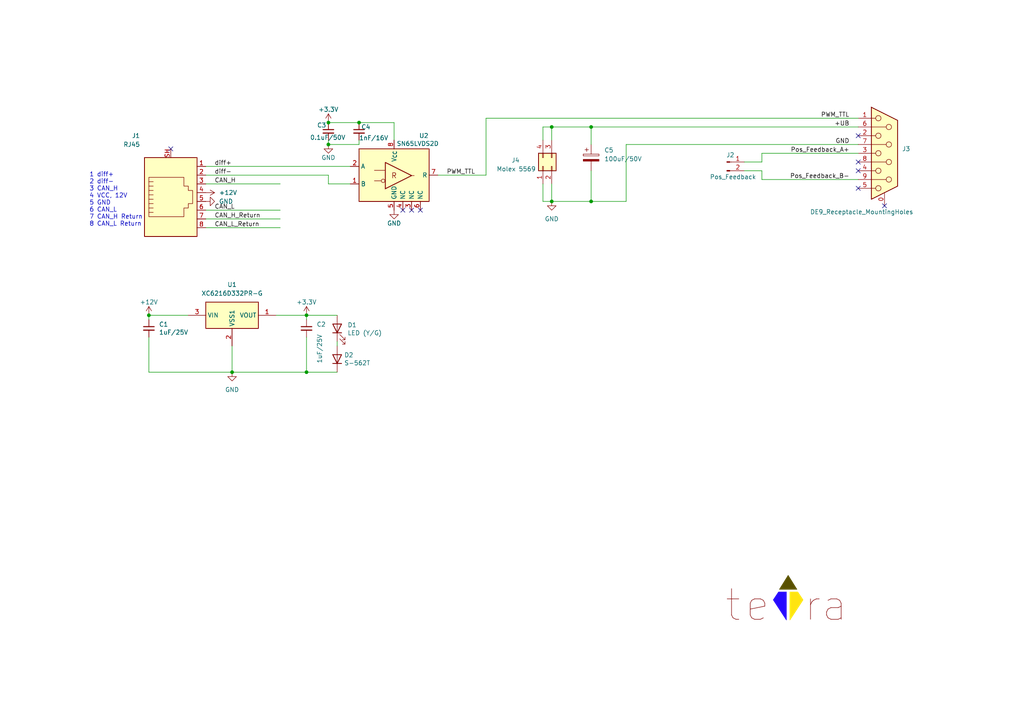
<source format=kicad_sch>
(kicad_sch
	(version 20231120)
	(generator "eeschema")
	(generator_version "8.0")
	(uuid "33d08739-9df2-4e53-9b99-51d634eccd8e")
	(paper "A4")
	(lib_symbols
		(symbol "BMS-Master-rescue:+3.3V-power-BMS-Master-rescue"
			(power)
			(pin_names
				(offset 0)
			)
			(exclude_from_sim no)
			(in_bom yes)
			(on_board yes)
			(property "Reference" "#PWR"
				(at 0 -3.81 0)
				(effects
					(font
						(size 1.27 1.27)
					)
					(hide yes)
				)
			)
			(property "Value" "+3.3V-power-BMS-Master-rescue"
				(at 0 3.556 0)
				(effects
					(font
						(size 1.27 1.27)
					)
				)
			)
			(property "Footprint" ""
				(at 0 0 0)
				(effects
					(font
						(size 1.27 1.27)
					)
					(hide yes)
				)
			)
			(property "Datasheet" ""
				(at 0 0 0)
				(effects
					(font
						(size 1.27 1.27)
					)
					(hide yes)
				)
			)
			(property "Description" ""
				(at 0 0 0)
				(effects
					(font
						(size 1.27 1.27)
					)
					(hide yes)
				)
			)
			(symbol "+3.3V-power-BMS-Master-rescue_0_1"
				(polyline
					(pts
						(xy -0.762 1.27) (xy 0 2.54)
					)
					(stroke
						(width 0)
						(type solid)
					)
					(fill
						(type none)
					)
				)
				(polyline
					(pts
						(xy 0 0) (xy 0 2.54)
					)
					(stroke
						(width 0)
						(type solid)
					)
					(fill
						(type none)
					)
				)
				(polyline
					(pts
						(xy 0 2.54) (xy 0.762 1.27)
					)
					(stroke
						(width 0)
						(type solid)
					)
					(fill
						(type none)
					)
				)
			)
			(symbol "+3.3V-power-BMS-Master-rescue_1_1"
				(pin power_in line
					(at 0 0 90)
					(length 0) hide
					(name "+3V3"
						(effects
							(font
								(size 1.27 1.27)
							)
						)
					)
					(number "1"
						(effects
							(font
								(size 1.27 1.27)
							)
						)
					)
				)
			)
		)
		(symbol "Connector:Conn_01x02_Pin"
			(pin_names
				(offset 1.016) hide)
			(exclude_from_sim no)
			(in_bom yes)
			(on_board yes)
			(property "Reference" "J"
				(at 0 2.54 0)
				(effects
					(font
						(size 1.27 1.27)
					)
				)
			)
			(property "Value" "Conn_01x02_Pin"
				(at 0 -5.08 0)
				(effects
					(font
						(size 1.27 1.27)
					)
				)
			)
			(property "Footprint" ""
				(at 0 0 0)
				(effects
					(font
						(size 1.27 1.27)
					)
					(hide yes)
				)
			)
			(property "Datasheet" "~"
				(at 0 0 0)
				(effects
					(font
						(size 1.27 1.27)
					)
					(hide yes)
				)
			)
			(property "Description" "Generic connector, single row, 01x02, script generated"
				(at 0 0 0)
				(effects
					(font
						(size 1.27 1.27)
					)
					(hide yes)
				)
			)
			(property "ki_locked" ""
				(at 0 0 0)
				(effects
					(font
						(size 1.27 1.27)
					)
				)
			)
			(property "ki_keywords" "connector"
				(at 0 0 0)
				(effects
					(font
						(size 1.27 1.27)
					)
					(hide yes)
				)
			)
			(property "ki_fp_filters" "Connector*:*_1x??_*"
				(at 0 0 0)
				(effects
					(font
						(size 1.27 1.27)
					)
					(hide yes)
				)
			)
			(symbol "Conn_01x02_Pin_1_1"
				(polyline
					(pts
						(xy 1.27 -2.54) (xy 0.8636 -2.54)
					)
					(stroke
						(width 0.1524)
						(type default)
					)
					(fill
						(type none)
					)
				)
				(polyline
					(pts
						(xy 1.27 0) (xy 0.8636 0)
					)
					(stroke
						(width 0.1524)
						(type default)
					)
					(fill
						(type none)
					)
				)
				(rectangle
					(start 0.8636 -2.413)
					(end 0 -2.667)
					(stroke
						(width 0.1524)
						(type default)
					)
					(fill
						(type outline)
					)
				)
				(rectangle
					(start 0.8636 0.127)
					(end 0 -0.127)
					(stroke
						(width 0.1524)
						(type default)
					)
					(fill
						(type outline)
					)
				)
				(pin passive line
					(at 5.08 0 180)
					(length 3.81)
					(name "Pin_1"
						(effects
							(font
								(size 1.27 1.27)
							)
						)
					)
					(number "1"
						(effects
							(font
								(size 1.27 1.27)
							)
						)
					)
				)
				(pin passive line
					(at 5.08 -2.54 180)
					(length 3.81)
					(name "Pin_2"
						(effects
							(font
								(size 1.27 1.27)
							)
						)
					)
					(number "2"
						(effects
							(font
								(size 1.27 1.27)
							)
						)
					)
				)
			)
		)
		(symbol "Connector:DE9_Receptacle_MountingHoles"
			(pin_names
				(offset 1.016) hide)
			(exclude_from_sim no)
			(in_bom yes)
			(on_board yes)
			(property "Reference" "J"
				(at 0 16.51 0)
				(effects
					(font
						(size 1.27 1.27)
					)
				)
			)
			(property "Value" "DE9_Receptacle_MountingHoles"
				(at 0 14.605 0)
				(effects
					(font
						(size 1.27 1.27)
					)
				)
			)
			(property "Footprint" ""
				(at 0 0 0)
				(effects
					(font
						(size 1.27 1.27)
					)
					(hide yes)
				)
			)
			(property "Datasheet" " ~"
				(at 0 0 0)
				(effects
					(font
						(size 1.27 1.27)
					)
					(hide yes)
				)
			)
			(property "Description" "9-pin female receptacle socket D-SUB connector, Mounting Hole"
				(at 0 0 0)
				(effects
					(font
						(size 1.27 1.27)
					)
					(hide yes)
				)
			)
			(property "ki_keywords" "connector receptacle female D-SUB DB9"
				(at 0 0 0)
				(effects
					(font
						(size 1.27 1.27)
					)
					(hide yes)
				)
			)
			(property "ki_fp_filters" "DSUB*Female*"
				(at 0 0 0)
				(effects
					(font
						(size 1.27 1.27)
					)
					(hide yes)
				)
			)
			(symbol "DE9_Receptacle_MountingHoles_0_1"
				(circle
					(center -1.778 -10.16)
					(radius 0.762)
					(stroke
						(width 0)
						(type default)
					)
					(fill
						(type none)
					)
				)
				(circle
					(center -1.778 -5.08)
					(radius 0.762)
					(stroke
						(width 0)
						(type default)
					)
					(fill
						(type none)
					)
				)
				(circle
					(center -1.778 0)
					(radius 0.762)
					(stroke
						(width 0)
						(type default)
					)
					(fill
						(type none)
					)
				)
				(circle
					(center -1.778 5.08)
					(radius 0.762)
					(stroke
						(width 0)
						(type default)
					)
					(fill
						(type none)
					)
				)
				(circle
					(center -1.778 10.16)
					(radius 0.762)
					(stroke
						(width 0)
						(type default)
					)
					(fill
						(type none)
					)
				)
				(polyline
					(pts
						(xy -3.81 -10.16) (xy -2.54 -10.16)
					)
					(stroke
						(width 0)
						(type default)
					)
					(fill
						(type none)
					)
				)
				(polyline
					(pts
						(xy -3.81 -7.62) (xy 0.508 -7.62)
					)
					(stroke
						(width 0)
						(type default)
					)
					(fill
						(type none)
					)
				)
				(polyline
					(pts
						(xy -3.81 -5.08) (xy -2.54 -5.08)
					)
					(stroke
						(width 0)
						(type default)
					)
					(fill
						(type none)
					)
				)
				(polyline
					(pts
						(xy -3.81 -2.54) (xy 0.508 -2.54)
					)
					(stroke
						(width 0)
						(type default)
					)
					(fill
						(type none)
					)
				)
				(polyline
					(pts
						(xy -3.81 0) (xy -2.54 0)
					)
					(stroke
						(width 0)
						(type default)
					)
					(fill
						(type none)
					)
				)
				(polyline
					(pts
						(xy -3.81 2.54) (xy 0.508 2.54)
					)
					(stroke
						(width 0)
						(type default)
					)
					(fill
						(type none)
					)
				)
				(polyline
					(pts
						(xy -3.81 5.08) (xy -2.54 5.08)
					)
					(stroke
						(width 0)
						(type default)
					)
					(fill
						(type none)
					)
				)
				(polyline
					(pts
						(xy -3.81 7.62) (xy 0.508 7.62)
					)
					(stroke
						(width 0)
						(type default)
					)
					(fill
						(type none)
					)
				)
				(polyline
					(pts
						(xy -3.81 10.16) (xy -2.54 10.16)
					)
					(stroke
						(width 0)
						(type default)
					)
					(fill
						(type none)
					)
				)
				(polyline
					(pts
						(xy -3.81 13.335) (xy -3.81 -13.335) (xy 3.81 -9.525) (xy 3.81 9.525) (xy -3.81 13.335)
					)
					(stroke
						(width 0.254)
						(type default)
					)
					(fill
						(type background)
					)
				)
				(circle
					(center 1.27 -7.62)
					(radius 0.762)
					(stroke
						(width 0)
						(type default)
					)
					(fill
						(type none)
					)
				)
				(circle
					(center 1.27 -2.54)
					(radius 0.762)
					(stroke
						(width 0)
						(type default)
					)
					(fill
						(type none)
					)
				)
				(circle
					(center 1.27 2.54)
					(radius 0.762)
					(stroke
						(width 0)
						(type default)
					)
					(fill
						(type none)
					)
				)
				(circle
					(center 1.27 7.62)
					(radius 0.762)
					(stroke
						(width 0)
						(type default)
					)
					(fill
						(type none)
					)
				)
			)
			(symbol "DE9_Receptacle_MountingHoles_1_1"
				(pin passive line
					(at 0 -15.24 90)
					(length 3.81)
					(name "PAD"
						(effects
							(font
								(size 1.27 1.27)
							)
						)
					)
					(number "0"
						(effects
							(font
								(size 1.27 1.27)
							)
						)
					)
				)
				(pin passive line
					(at -7.62 10.16 0)
					(length 3.81)
					(name "1"
						(effects
							(font
								(size 1.27 1.27)
							)
						)
					)
					(number "1"
						(effects
							(font
								(size 1.27 1.27)
							)
						)
					)
				)
				(pin passive line
					(at -7.62 5.08 0)
					(length 3.81)
					(name "2"
						(effects
							(font
								(size 1.27 1.27)
							)
						)
					)
					(number "2"
						(effects
							(font
								(size 1.27 1.27)
							)
						)
					)
				)
				(pin passive line
					(at -7.62 0 0)
					(length 3.81)
					(name "3"
						(effects
							(font
								(size 1.27 1.27)
							)
						)
					)
					(number "3"
						(effects
							(font
								(size 1.27 1.27)
							)
						)
					)
				)
				(pin passive line
					(at -7.62 -5.08 0)
					(length 3.81)
					(name "4"
						(effects
							(font
								(size 1.27 1.27)
							)
						)
					)
					(number "4"
						(effects
							(font
								(size 1.27 1.27)
							)
						)
					)
				)
				(pin passive line
					(at -7.62 -10.16 0)
					(length 3.81)
					(name "5"
						(effects
							(font
								(size 1.27 1.27)
							)
						)
					)
					(number "5"
						(effects
							(font
								(size 1.27 1.27)
							)
						)
					)
				)
				(pin passive line
					(at -7.62 7.62 0)
					(length 3.81)
					(name "6"
						(effects
							(font
								(size 1.27 1.27)
							)
						)
					)
					(number "6"
						(effects
							(font
								(size 1.27 1.27)
							)
						)
					)
				)
				(pin passive line
					(at -7.62 2.54 0)
					(length 3.81)
					(name "7"
						(effects
							(font
								(size 1.27 1.27)
							)
						)
					)
					(number "7"
						(effects
							(font
								(size 1.27 1.27)
							)
						)
					)
				)
				(pin passive line
					(at -7.62 -2.54 0)
					(length 3.81)
					(name "8"
						(effects
							(font
								(size 1.27 1.27)
							)
						)
					)
					(number "8"
						(effects
							(font
								(size 1.27 1.27)
							)
						)
					)
				)
				(pin passive line
					(at -7.62 -7.62 0)
					(length 3.81)
					(name "9"
						(effects
							(font
								(size 1.27 1.27)
							)
						)
					)
					(number "9"
						(effects
							(font
								(size 1.27 1.27)
							)
						)
					)
				)
			)
		)
		(symbol "Connector:RJ45_Shielded"
			(pin_names
				(offset 1.016)
			)
			(exclude_from_sim no)
			(in_bom yes)
			(on_board yes)
			(property "Reference" "J"
				(at -5.08 13.97 0)
				(effects
					(font
						(size 1.27 1.27)
					)
					(justify right)
				)
			)
			(property "Value" "RJ45_Shielded"
				(at 2.54 13.97 0)
				(effects
					(font
						(size 1.27 1.27)
					)
					(justify left)
				)
			)
			(property "Footprint" ""
				(at 0 0.635 90)
				(effects
					(font
						(size 1.27 1.27)
					)
					(hide yes)
				)
			)
			(property "Datasheet" "~"
				(at 0 0.635 90)
				(effects
					(font
						(size 1.27 1.27)
					)
					(hide yes)
				)
			)
			(property "Description" "RJ connector, 8P8C (8 positions 8 connected), Shielded"
				(at 0 0 0)
				(effects
					(font
						(size 1.27 1.27)
					)
					(hide yes)
				)
			)
			(property "ki_keywords" "8P8C RJ jack socket connector"
				(at 0 0 0)
				(effects
					(font
						(size 1.27 1.27)
					)
					(hide yes)
				)
			)
			(property "ki_fp_filters" "8P8C* RJ31* RJ32* RJ33* RJ34* RJ35* RJ41* RJ45* RJ49* RJ61*"
				(at 0 0 0)
				(effects
					(font
						(size 1.27 1.27)
					)
					(hide yes)
				)
			)
			(symbol "RJ45_Shielded_0_1"
				(polyline
					(pts
						(xy -5.08 4.445) (xy -6.35 4.445)
					)
					(stroke
						(width 0)
						(type default)
					)
					(fill
						(type none)
					)
				)
				(polyline
					(pts
						(xy -5.08 5.715) (xy -6.35 5.715)
					)
					(stroke
						(width 0)
						(type default)
					)
					(fill
						(type none)
					)
				)
				(polyline
					(pts
						(xy -6.35 -3.175) (xy -5.08 -3.175) (xy -5.08 -3.175)
					)
					(stroke
						(width 0)
						(type default)
					)
					(fill
						(type none)
					)
				)
				(polyline
					(pts
						(xy -6.35 -1.905) (xy -5.08 -1.905) (xy -5.08 -1.905)
					)
					(stroke
						(width 0)
						(type default)
					)
					(fill
						(type none)
					)
				)
				(polyline
					(pts
						(xy -6.35 -0.635) (xy -5.08 -0.635) (xy -5.08 -0.635)
					)
					(stroke
						(width 0)
						(type default)
					)
					(fill
						(type none)
					)
				)
				(polyline
					(pts
						(xy -6.35 0.635) (xy -5.08 0.635) (xy -5.08 0.635)
					)
					(stroke
						(width 0)
						(type default)
					)
					(fill
						(type none)
					)
				)
				(polyline
					(pts
						(xy -6.35 1.905) (xy -5.08 1.905) (xy -5.08 1.905)
					)
					(stroke
						(width 0)
						(type default)
					)
					(fill
						(type none)
					)
				)
				(polyline
					(pts
						(xy -5.08 3.175) (xy -6.35 3.175) (xy -6.35 3.175)
					)
					(stroke
						(width 0)
						(type default)
					)
					(fill
						(type none)
					)
				)
				(polyline
					(pts
						(xy -6.35 -4.445) (xy -6.35 6.985) (xy 3.81 6.985) (xy 3.81 4.445) (xy 5.08 4.445) (xy 5.08 3.175)
						(xy 6.35 3.175) (xy 6.35 -0.635) (xy 5.08 -0.635) (xy 5.08 -1.905) (xy 3.81 -1.905) (xy 3.81 -4.445)
						(xy -6.35 -4.445) (xy -6.35 -4.445)
					)
					(stroke
						(width 0)
						(type default)
					)
					(fill
						(type none)
					)
				)
				(rectangle
					(start 7.62 12.7)
					(end -7.62 -10.16)
					(stroke
						(width 0.254)
						(type default)
					)
					(fill
						(type background)
					)
				)
			)
			(symbol "RJ45_Shielded_1_1"
				(pin passive line
					(at 10.16 -7.62 180)
					(length 2.54)
					(name "~"
						(effects
							(font
								(size 1.27 1.27)
							)
						)
					)
					(number "1"
						(effects
							(font
								(size 1.27 1.27)
							)
						)
					)
				)
				(pin passive line
					(at 10.16 -5.08 180)
					(length 2.54)
					(name "~"
						(effects
							(font
								(size 1.27 1.27)
							)
						)
					)
					(number "2"
						(effects
							(font
								(size 1.27 1.27)
							)
						)
					)
				)
				(pin passive line
					(at 10.16 -2.54 180)
					(length 2.54)
					(name "~"
						(effects
							(font
								(size 1.27 1.27)
							)
						)
					)
					(number "3"
						(effects
							(font
								(size 1.27 1.27)
							)
						)
					)
				)
				(pin passive line
					(at 10.16 0 180)
					(length 2.54)
					(name "~"
						(effects
							(font
								(size 1.27 1.27)
							)
						)
					)
					(number "4"
						(effects
							(font
								(size 1.27 1.27)
							)
						)
					)
				)
				(pin passive line
					(at 10.16 2.54 180)
					(length 2.54)
					(name "~"
						(effects
							(font
								(size 1.27 1.27)
							)
						)
					)
					(number "5"
						(effects
							(font
								(size 1.27 1.27)
							)
						)
					)
				)
				(pin passive line
					(at 10.16 5.08 180)
					(length 2.54)
					(name "~"
						(effects
							(font
								(size 1.27 1.27)
							)
						)
					)
					(number "6"
						(effects
							(font
								(size 1.27 1.27)
							)
						)
					)
				)
				(pin passive line
					(at 10.16 7.62 180)
					(length 2.54)
					(name "~"
						(effects
							(font
								(size 1.27 1.27)
							)
						)
					)
					(number "7"
						(effects
							(font
								(size 1.27 1.27)
							)
						)
					)
				)
				(pin passive line
					(at 10.16 10.16 180)
					(length 2.54)
					(name "~"
						(effects
							(font
								(size 1.27 1.27)
							)
						)
					)
					(number "8"
						(effects
							(font
								(size 1.27 1.27)
							)
						)
					)
				)
				(pin passive line
					(at 0 -12.7 90)
					(length 2.54)
					(name "~"
						(effects
							(font
								(size 1.27 1.27)
							)
						)
					)
					(number "SH"
						(effects
							(font
								(size 1.27 1.27)
							)
						)
					)
				)
			)
		)
		(symbol "Connector_Generic:Conn_02x02_Counter_Clockwise"
			(pin_names
				(offset 1.016) hide)
			(exclude_from_sim no)
			(in_bom yes)
			(on_board yes)
			(property "Reference" "J"
				(at 1.27 2.54 0)
				(effects
					(font
						(size 1.27 1.27)
					)
				)
			)
			(property "Value" "Conn_02x02_Counter_Clockwise"
				(at 1.27 -5.08 0)
				(effects
					(font
						(size 1.27 1.27)
					)
				)
			)
			(property "Footprint" ""
				(at 0 0 0)
				(effects
					(font
						(size 1.27 1.27)
					)
					(hide yes)
				)
			)
			(property "Datasheet" "~"
				(at 0 0 0)
				(effects
					(font
						(size 1.27 1.27)
					)
					(hide yes)
				)
			)
			(property "Description" "Generic connector, double row, 02x02, counter clockwise pin numbering scheme (similar to DIP package numbering), script generated (kicad-library-utils/schlib/autogen/connector/)"
				(at 0 0 0)
				(effects
					(font
						(size 1.27 1.27)
					)
					(hide yes)
				)
			)
			(property "ki_keywords" "connector"
				(at 0 0 0)
				(effects
					(font
						(size 1.27 1.27)
					)
					(hide yes)
				)
			)
			(property "ki_fp_filters" "Connector*:*_2x??_*"
				(at 0 0 0)
				(effects
					(font
						(size 1.27 1.27)
					)
					(hide yes)
				)
			)
			(symbol "Conn_02x02_Counter_Clockwise_1_1"
				(rectangle
					(start -1.27 -2.413)
					(end 0 -2.667)
					(stroke
						(width 0.1524)
						(type default)
					)
					(fill
						(type none)
					)
				)
				(rectangle
					(start -1.27 0.127)
					(end 0 -0.127)
					(stroke
						(width 0.1524)
						(type default)
					)
					(fill
						(type none)
					)
				)
				(rectangle
					(start -1.27 1.27)
					(end 3.81 -3.81)
					(stroke
						(width 0.254)
						(type default)
					)
					(fill
						(type background)
					)
				)
				(rectangle
					(start 3.81 -2.413)
					(end 2.54 -2.667)
					(stroke
						(width 0.1524)
						(type default)
					)
					(fill
						(type none)
					)
				)
				(rectangle
					(start 3.81 0.127)
					(end 2.54 -0.127)
					(stroke
						(width 0.1524)
						(type default)
					)
					(fill
						(type none)
					)
				)
				(pin passive line
					(at -5.08 0 0)
					(length 3.81)
					(name "Pin_1"
						(effects
							(font
								(size 1.27 1.27)
							)
						)
					)
					(number "1"
						(effects
							(font
								(size 1.27 1.27)
							)
						)
					)
				)
				(pin passive line
					(at -5.08 -2.54 0)
					(length 3.81)
					(name "Pin_2"
						(effects
							(font
								(size 1.27 1.27)
							)
						)
					)
					(number "2"
						(effects
							(font
								(size 1.27 1.27)
							)
						)
					)
				)
				(pin passive line
					(at 7.62 -2.54 180)
					(length 3.81)
					(name "Pin_3"
						(effects
							(font
								(size 1.27 1.27)
							)
						)
					)
					(number "3"
						(effects
							(font
								(size 1.27 1.27)
							)
						)
					)
				)
				(pin passive line
					(at 7.62 0 180)
					(length 3.81)
					(name "Pin_4"
						(effects
							(font
								(size 1.27 1.27)
							)
						)
					)
					(number "4"
						(effects
							(font
								(size 1.27 1.27)
							)
						)
					)
				)
			)
		)
		(symbol "Device:C_Polarized"
			(pin_numbers hide)
			(pin_names
				(offset 0.254)
			)
			(exclude_from_sim no)
			(in_bom yes)
			(on_board yes)
			(property "Reference" "C"
				(at 0.635 2.54 0)
				(effects
					(font
						(size 1.27 1.27)
					)
					(justify left)
				)
			)
			(property "Value" "C_Polarized"
				(at 0.635 -2.54 0)
				(effects
					(font
						(size 1.27 1.27)
					)
					(justify left)
				)
			)
			(property "Footprint" ""
				(at 0.9652 -3.81 0)
				(effects
					(font
						(size 1.27 1.27)
					)
					(hide yes)
				)
			)
			(property "Datasheet" "~"
				(at 0 0 0)
				(effects
					(font
						(size 1.27 1.27)
					)
					(hide yes)
				)
			)
			(property "Description" "Polarized capacitor"
				(at 0 0 0)
				(effects
					(font
						(size 1.27 1.27)
					)
					(hide yes)
				)
			)
			(property "ki_keywords" "cap capacitor"
				(at 0 0 0)
				(effects
					(font
						(size 1.27 1.27)
					)
					(hide yes)
				)
			)
			(property "ki_fp_filters" "CP_*"
				(at 0 0 0)
				(effects
					(font
						(size 1.27 1.27)
					)
					(hide yes)
				)
			)
			(symbol "C_Polarized_0_1"
				(rectangle
					(start -2.286 0.508)
					(end 2.286 1.016)
					(stroke
						(width 0)
						(type default)
					)
					(fill
						(type none)
					)
				)
				(polyline
					(pts
						(xy -1.778 2.286) (xy -0.762 2.286)
					)
					(stroke
						(width 0)
						(type default)
					)
					(fill
						(type none)
					)
				)
				(polyline
					(pts
						(xy -1.27 2.794) (xy -1.27 1.778)
					)
					(stroke
						(width 0)
						(type default)
					)
					(fill
						(type none)
					)
				)
				(rectangle
					(start 2.286 -0.508)
					(end -2.286 -1.016)
					(stroke
						(width 0)
						(type default)
					)
					(fill
						(type outline)
					)
				)
			)
			(symbol "C_Polarized_1_1"
				(pin passive line
					(at 0 3.81 270)
					(length 2.794)
					(name "~"
						(effects
							(font
								(size 1.27 1.27)
							)
						)
					)
					(number "1"
						(effects
							(font
								(size 1.27 1.27)
							)
						)
					)
				)
				(pin passive line
					(at 0 -3.81 90)
					(length 2.794)
					(name "~"
						(effects
							(font
								(size 1.27 1.27)
							)
						)
					)
					(number "2"
						(effects
							(font
								(size 1.27 1.27)
							)
						)
					)
				)
			)
		)
		(symbol "Device:C_Small"
			(pin_numbers hide)
			(pin_names
				(offset 0.254) hide)
			(exclude_from_sim no)
			(in_bom yes)
			(on_board yes)
			(property "Reference" "C"
				(at 0.254 1.778 0)
				(effects
					(font
						(size 1.27 1.27)
					)
					(justify left)
				)
			)
			(property "Value" "C_Small"
				(at 0.254 -2.032 0)
				(effects
					(font
						(size 1.27 1.27)
					)
					(justify left)
				)
			)
			(property "Footprint" ""
				(at 0 0 0)
				(effects
					(font
						(size 1.27 1.27)
					)
					(hide yes)
				)
			)
			(property "Datasheet" "~"
				(at 0 0 0)
				(effects
					(font
						(size 1.27 1.27)
					)
					(hide yes)
				)
			)
			(property "Description" "Unpolarized capacitor, small symbol"
				(at 0 0 0)
				(effects
					(font
						(size 1.27 1.27)
					)
					(hide yes)
				)
			)
			(property "ki_keywords" "capacitor cap"
				(at 0 0 0)
				(effects
					(font
						(size 1.27 1.27)
					)
					(hide yes)
				)
			)
			(property "ki_fp_filters" "C_*"
				(at 0 0 0)
				(effects
					(font
						(size 1.27 1.27)
					)
					(hide yes)
				)
			)
			(symbol "C_Small_0_1"
				(polyline
					(pts
						(xy -1.524 -0.508) (xy 1.524 -0.508)
					)
					(stroke
						(width 0.3302)
						(type default)
					)
					(fill
						(type none)
					)
				)
				(polyline
					(pts
						(xy -1.524 0.508) (xy 1.524 0.508)
					)
					(stroke
						(width 0.3048)
						(type default)
					)
					(fill
						(type none)
					)
				)
			)
			(symbol "C_Small_1_1"
				(pin passive line
					(at 0 2.54 270)
					(length 2.032)
					(name "~"
						(effects
							(font
								(size 1.27 1.27)
							)
						)
					)
					(number "1"
						(effects
							(font
								(size 1.27 1.27)
							)
						)
					)
				)
				(pin passive line
					(at 0 -2.54 90)
					(length 2.032)
					(name "~"
						(effects
							(font
								(size 1.27 1.27)
							)
						)
					)
					(number "2"
						(effects
							(font
								(size 1.27 1.27)
							)
						)
					)
				)
			)
		)
		(symbol "Device:D"
			(pin_numbers hide)
			(pin_names
				(offset 1.016) hide)
			(exclude_from_sim no)
			(in_bom yes)
			(on_board yes)
			(property "Reference" "D"
				(at 0 2.54 0)
				(effects
					(font
						(size 1.27 1.27)
					)
				)
			)
			(property "Value" "D"
				(at 0 -2.54 0)
				(effects
					(font
						(size 1.27 1.27)
					)
				)
			)
			(property "Footprint" ""
				(at 0 0 0)
				(effects
					(font
						(size 1.27 1.27)
					)
					(hide yes)
				)
			)
			(property "Datasheet" "~"
				(at 0 0 0)
				(effects
					(font
						(size 1.27 1.27)
					)
					(hide yes)
				)
			)
			(property "Description" "Diode"
				(at 0 0 0)
				(effects
					(font
						(size 1.27 1.27)
					)
					(hide yes)
				)
			)
			(property "ki_keywords" "diode"
				(at 0 0 0)
				(effects
					(font
						(size 1.27 1.27)
					)
					(hide yes)
				)
			)
			(property "ki_fp_filters" "TO-???* *_Diode_* *SingleDiode* D_*"
				(at 0 0 0)
				(effects
					(font
						(size 1.27 1.27)
					)
					(hide yes)
				)
			)
			(symbol "D_0_1"
				(polyline
					(pts
						(xy -1.27 1.27) (xy -1.27 -1.27)
					)
					(stroke
						(width 0.254)
						(type default)
					)
					(fill
						(type none)
					)
				)
				(polyline
					(pts
						(xy 1.27 0) (xy -1.27 0)
					)
					(stroke
						(width 0)
						(type default)
					)
					(fill
						(type none)
					)
				)
				(polyline
					(pts
						(xy 1.27 1.27) (xy 1.27 -1.27) (xy -1.27 0) (xy 1.27 1.27)
					)
					(stroke
						(width 0.254)
						(type default)
					)
					(fill
						(type none)
					)
				)
			)
			(symbol "D_1_1"
				(pin passive line
					(at -3.81 0 0)
					(length 2.54)
					(name "K"
						(effects
							(font
								(size 1.27 1.27)
							)
						)
					)
					(number "1"
						(effects
							(font
								(size 1.27 1.27)
							)
						)
					)
				)
				(pin passive line
					(at 3.81 0 180)
					(length 2.54)
					(name "A"
						(effects
							(font
								(size 1.27 1.27)
							)
						)
					)
					(number "2"
						(effects
							(font
								(size 1.27 1.27)
							)
						)
					)
				)
			)
		)
		(symbol "Device:LED"
			(pin_numbers hide)
			(pin_names
				(offset 1.016) hide)
			(exclude_from_sim no)
			(in_bom yes)
			(on_board yes)
			(property "Reference" "D"
				(at 0 2.54 0)
				(effects
					(font
						(size 1.27 1.27)
					)
				)
			)
			(property "Value" "LED"
				(at 0 -2.54 0)
				(effects
					(font
						(size 1.27 1.27)
					)
				)
			)
			(property "Footprint" ""
				(at 0 0 0)
				(effects
					(font
						(size 1.27 1.27)
					)
					(hide yes)
				)
			)
			(property "Datasheet" "~"
				(at 0 0 0)
				(effects
					(font
						(size 1.27 1.27)
					)
					(hide yes)
				)
			)
			(property "Description" "Light emitting diode"
				(at 0 0 0)
				(effects
					(font
						(size 1.27 1.27)
					)
					(hide yes)
				)
			)
			(property "ki_keywords" "LED diode"
				(at 0 0 0)
				(effects
					(font
						(size 1.27 1.27)
					)
					(hide yes)
				)
			)
			(property "ki_fp_filters" "LED* LED_SMD:* LED_THT:*"
				(at 0 0 0)
				(effects
					(font
						(size 1.27 1.27)
					)
					(hide yes)
				)
			)
			(symbol "LED_0_1"
				(polyline
					(pts
						(xy -1.27 -1.27) (xy -1.27 1.27)
					)
					(stroke
						(width 0.254)
						(type default)
					)
					(fill
						(type none)
					)
				)
				(polyline
					(pts
						(xy -1.27 0) (xy 1.27 0)
					)
					(stroke
						(width 0)
						(type default)
					)
					(fill
						(type none)
					)
				)
				(polyline
					(pts
						(xy 1.27 -1.27) (xy 1.27 1.27) (xy -1.27 0) (xy 1.27 -1.27)
					)
					(stroke
						(width 0.254)
						(type default)
					)
					(fill
						(type none)
					)
				)
				(polyline
					(pts
						(xy -3.048 -0.762) (xy -4.572 -2.286) (xy -3.81 -2.286) (xy -4.572 -2.286) (xy -4.572 -1.524)
					)
					(stroke
						(width 0)
						(type default)
					)
					(fill
						(type none)
					)
				)
				(polyline
					(pts
						(xy -1.778 -0.762) (xy -3.302 -2.286) (xy -2.54 -2.286) (xy -3.302 -2.286) (xy -3.302 -1.524)
					)
					(stroke
						(width 0)
						(type default)
					)
					(fill
						(type none)
					)
				)
			)
			(symbol "LED_1_1"
				(pin passive line
					(at -3.81 0 0)
					(length 2.54)
					(name "K"
						(effects
							(font
								(size 1.27 1.27)
							)
						)
					)
					(number "1"
						(effects
							(font
								(size 1.27 1.27)
							)
						)
					)
				)
				(pin passive line
					(at 3.81 0 180)
					(length 2.54)
					(name "A"
						(effects
							(font
								(size 1.27 1.27)
							)
						)
					)
					(number "2"
						(effects
							(font
								(size 1.27 1.27)
							)
						)
					)
				)
			)
		)
		(symbol "GND_1"
			(power)
			(pin_numbers hide)
			(pin_names
				(offset 0) hide)
			(exclude_from_sim no)
			(in_bom yes)
			(on_board yes)
			(property "Reference" "#PWR"
				(at 0 -6.35 0)
				(effects
					(font
						(size 1.27 1.27)
					)
					(hide yes)
				)
			)
			(property "Value" "GND"
				(at 0 -3.81 0)
				(effects
					(font
						(size 1.27 1.27)
					)
				)
			)
			(property "Footprint" ""
				(at 0 0 0)
				(effects
					(font
						(size 1.27 1.27)
					)
					(hide yes)
				)
			)
			(property "Datasheet" ""
				(at 0 0 0)
				(effects
					(font
						(size 1.27 1.27)
					)
					(hide yes)
				)
			)
			(property "Description" "Power symbol creates a global label with name \"GND\" , ground"
				(at 0 0 0)
				(effects
					(font
						(size 1.27 1.27)
					)
					(hide yes)
				)
			)
			(property "ki_keywords" "global power"
				(at 0 0 0)
				(effects
					(font
						(size 1.27 1.27)
					)
					(hide yes)
				)
			)
			(symbol "GND_1_0_1"
				(polyline
					(pts
						(xy 0 0) (xy 0 -1.27) (xy 1.27 -1.27) (xy 0 -2.54) (xy -1.27 -1.27) (xy 0 -1.27)
					)
					(stroke
						(width 0)
						(type default)
					)
					(fill
						(type none)
					)
				)
			)
			(symbol "GND_1_1_1"
				(pin power_in line
					(at 0 0 270)
					(length 0)
					(name "~"
						(effects
							(font
								(size 1.27 1.27)
							)
						)
					)
					(number "1"
						(effects
							(font
								(size 1.27 1.27)
							)
						)
					)
				)
			)
		)
		(symbol "Graphic:Tetra_logo"
			(pin_numbers hide)
			(pin_names
				(offset 0) hide)
			(exclude_from_sim no)
			(in_bom yes)
			(on_board yes)
			(property "Reference" "LOGO"
				(at 7.747 8.763 0)
				(effects
					(font
						(size 1.27 1.27)
					)
					(hide yes)
				)
			)
			(property "Value" "teTra"
				(at 0.254 7.874 0)
				(effects
					(font
						(size 1.27 1.27)
					)
					(hide yes)
				)
			)
			(property "Footprint" "Symbol:teTra-LOGO"
				(at 0 3.302 0)
				(effects
					(font
						(size 1.27 1.27)
					)
					(hide yes)
				)
			)
			(property "Datasheet" ""
				(at 0 3.302 0)
				(effects
					(font
						(size 1.27 1.27)
					)
					(hide yes)
				)
			)
			(property "Description" ""
				(at 0 0 0)
				(effects
					(font
						(size 1.27 1.27)
					)
					(hide yes)
				)
			)
			(symbol "Tetra_logo_1_1"
				(polyline
					(pts
						(xy 0 7.112) (xy -2.54 3.048) (xy 2.54 3.048) (xy 0 7.112)
					)
					(stroke
						(width 0)
						(type default)
						(color 88 80 0 1)
					)
					(fill
						(type color)
						(color 88 80 0 1)
					)
				)
				(polyline
					(pts
						(xy -0.508 2.286) (xy -2.794 2.286) (xy -4.318 0) (xy -0.508 -5.842) (xy -0.508 2.286)
					)
					(stroke
						(width 0)
						(type default)
						(color 38 9 255 1)
					)
					(fill
						(type color)
						(color 38 9 255 1)
					)
				)
				(polyline
					(pts
						(xy 0.508 2.286) (xy 2.794 2.286) (xy 4.318 0) (xy 0.508 -5.842) (xy 0.508 2.286)
					)
					(stroke
						(width 0)
						(type default)
						(color 255 228 16 1)
					)
					(fill
						(type color)
						(color 255 228 16 1)
					)
				)
				(text "a"
					(at 13.462 -1.524 0)
					(effects
						(font
							(face "KiCad Font")
							(size 8.89 8.89)
						)
					)
				)
				(text "e"
					(at -8.89 -1.524 0)
					(effects
						(font
							(face "KiCad Font")
							(size 8.89 8.89)
						)
					)
				)
				(text "r"
					(at 7.112 -1.524 0)
					(effects
						(font
							(size 8.89 8.89)
						)
					)
				)
				(text "t"
					(at -16.002 -1.524 0)
					(effects
						(font
							(size 8.89 8.89)
						)
					)
				)
			)
		)
		(symbol "Interface:SN65LVDS2D"
			(exclude_from_sim no)
			(in_bom yes)
			(on_board yes)
			(property "Reference" "U"
				(at -8.89 8.89 0)
				(effects
					(font
						(size 1.27 1.27)
					)
				)
			)
			(property "Value" "SN65LVDS2D"
				(at 1.27 8.89 0)
				(effects
					(font
						(size 1.27 1.27)
					)
					(justify left)
				)
			)
			(property "Footprint" "Package_SO:SOIC-8_3.9x4.9mm_P1.27mm"
				(at 0 -11.43 0)
				(effects
					(font
						(size 1.27 1.27)
					)
					(hide yes)
				)
			)
			(property "Datasheet" "https://www.ti.com/lit/ds/symlink/sn65lvds2.pdf"
				(at 0 0 0)
				(effects
					(font
						(size 1.27 1.27)
					)
					(hide yes)
				)
			)
			(property "Description" "High-Speed Differential Line Receiver, 630Mbps, SOIC-8"
				(at 0 0 0)
				(effects
					(font
						(size 1.27 1.27)
					)
					(hide yes)
				)
			)
			(property "ki_keywords" "LVDS Receiver TI"
				(at 0 0 0)
				(effects
					(font
						(size 1.27 1.27)
					)
					(hide yes)
				)
			)
			(property "ki_fp_filters" "*SOIC*3.9x4.9mm*P1.27mm*"
				(at 0 0 0)
				(effects
					(font
						(size 1.27 1.27)
					)
					(hide yes)
				)
			)
			(symbol "SN65LVDS2D_1_0"
				(rectangle
					(start -10.16 7.62)
					(end 10.16 -7.62)
					(stroke
						(width 0.254)
						(type default)
					)
					(fill
						(type background)
					)
				)
				(circle
					(center -3.175 -1.651)
					(radius 0.508)
					(stroke
						(width 0)
						(type default)
					)
					(fill
						(type none)
					)
				)
				(text "R"
					(at 0 -0.127 0)
					(effects
						(font
							(size 1.524 1.524)
						)
					)
				)
			)
			(symbol "SN65LVDS2D_1_1"
				(polyline
					(pts
						(xy -5.715 -1.651) (xy -3.81 -1.651)
					)
					(stroke
						(width 0)
						(type default)
					)
					(fill
						(type none)
					)
				)
				(polyline
					(pts
						(xy -5.715 1.397) (xy -2.667 1.397)
					)
					(stroke
						(width 0)
						(type default)
					)
					(fill
						(type none)
					)
				)
				(polyline
					(pts
						(xy 5.842 -0.127) (xy 5.08 -0.127)
					)
					(stroke
						(width 0)
						(type default)
					)
					(fill
						(type none)
					)
				)
				(polyline
					(pts
						(xy -2.54 -3.937) (xy -2.54 3.683) (xy 5.08 -0.127) (xy -2.54 -3.937)
					)
					(stroke
						(width 0.254)
						(type default)
					)
					(fill
						(type none)
					)
				)
				(pin input line
					(at -12.7 -2.54 0)
					(length 2.54)
					(name "B"
						(effects
							(font
								(size 1.27 1.27)
							)
						)
					)
					(number "1"
						(effects
							(font
								(size 1.27 1.27)
							)
						)
					)
				)
				(pin input line
					(at -12.7 2.54 0)
					(length 2.54)
					(name "A"
						(effects
							(font
								(size 1.27 1.27)
							)
						)
					)
					(number "2"
						(effects
							(font
								(size 1.27 1.27)
							)
						)
					)
				)
				(pin passive line
					(at 5.08 -10.16 90)
					(length 2.54)
					(name "NC"
						(effects
							(font
								(size 1.27 1.27)
							)
						)
					)
					(number "3"
						(effects
							(font
								(size 1.27 1.27)
							)
						)
					)
				)
				(pin passive line
					(at 2.54 -10.16 90)
					(length 2.54)
					(name "NC"
						(effects
							(font
								(size 1.27 1.27)
							)
						)
					)
					(number "4"
						(effects
							(font
								(size 1.27 1.27)
							)
						)
					)
				)
				(pin power_in line
					(at 0 -10.16 90)
					(length 2.54)
					(name "GND"
						(effects
							(font
								(size 1.27 1.27)
							)
						)
					)
					(number "5"
						(effects
							(font
								(size 1.27 1.27)
							)
						)
					)
				)
				(pin passive line
					(at 7.62 -10.16 90)
					(length 2.54)
					(name "NC"
						(effects
							(font
								(size 1.27 1.27)
							)
						)
					)
					(number "6"
						(effects
							(font
								(size 1.27 1.27)
							)
						)
					)
				)
				(pin output line
					(at 12.7 0 180)
					(length 2.54)
					(name "R"
						(effects
							(font
								(size 1.27 1.27)
							)
						)
					)
					(number "7"
						(effects
							(font
								(size 1.27 1.27)
							)
						)
					)
				)
				(pin power_in line
					(at 0 10.16 270)
					(length 2.54)
					(name "V_{CC}"
						(effects
							(font
								(size 1.27 1.27)
							)
						)
					)
					(number "8"
						(effects
							(font
								(size 1.27 1.27)
							)
						)
					)
				)
			)
		)
		(symbol "XC6216D332PR-G_1"
			(exclude_from_sim no)
			(in_bom yes)
			(on_board yes)
			(property "Reference" "U"
				(at 0 8.89 0)
				(effects
					(font
						(size 1.27 1.27)
					)
				)
			)
			(property "Value" "XC6220B331MR"
				(at 0 6.35 0)
				(effects
					(font
						(size 1.27 1.27)
					)
				)
			)
			(property "Footprint" "Package_TO_SOT_SMD:SOT-23-5"
				(at 0 0 0)
				(effects
					(font
						(size 1.27 1.27)
					)
					(hide yes)
				)
			)
			(property "Datasheet" "https://www.torexsemi.com/file/xc6220/XC6220.pdf"
				(at 19.05 -25.4 0)
				(effects
					(font
						(size 1.27 1.27)
					)
					(hide yes)
				)
			)
			(property "Description" "1A, Low Drop-out Voltage Regulator, Fixed Output 3.3V, SOT-23-5"
				(at 0 0 0)
				(effects
					(font
						(size 1.27 1.27)
					)
					(hide yes)
				)
			)
			(property "ki_keywords" "LDO Voltage Regulator 1A"
				(at 0 0 0)
				(effects
					(font
						(size 1.27 1.27)
					)
					(hide yes)
				)
			)
			(property "ki_fp_filters" "SOT?23*"
				(at 0 0 0)
				(effects
					(font
						(size 1.27 1.27)
					)
					(hide yes)
				)
			)
			(symbol "XC6216D332PR-G_1_0_1"
				(rectangle
					(start -7.62 6.35)
					(end 7.62 -1.27)
					(stroke
						(width 0.254)
						(type default)
					)
					(fill
						(type background)
					)
				)
			)
			(symbol "XC6216D332PR-G_1_1_1"
				(pin power_out line
					(at 12.7 2.54 180)
					(length 5.08)
					(name "VOUT"
						(effects
							(font
								(size 1.27 1.27)
							)
						)
					)
					(number "1"
						(effects
							(font
								(size 1.27 1.27)
							)
						)
					)
				)
				(pin power_in line
					(at 0 -6.35 90)
					(length 5.08)
					(name "VSS1"
						(effects
							(font
								(size 1.27 1.27)
							)
						)
					)
					(number "2"
						(effects
							(font
								(size 1.27 1.27)
							)
						)
					)
				)
				(pin power_in line
					(at -12.7 2.54 0)
					(length 5.08)
					(name "VIN"
						(effects
							(font
								(size 1.27 1.27)
							)
						)
					)
					(number "3"
						(effects
							(font
								(size 1.27 1.27)
							)
						)
					)
				)
			)
		)
		(symbol "power:+12V"
			(power)
			(pin_names
				(offset 0)
			)
			(exclude_from_sim no)
			(in_bom yes)
			(on_board yes)
			(property "Reference" "#PWR"
				(at 0 -3.81 0)
				(effects
					(font
						(size 1.27 1.27)
					)
					(hide yes)
				)
			)
			(property "Value" "+12V"
				(at 0 3.556 0)
				(effects
					(font
						(size 1.27 1.27)
					)
				)
			)
			(property "Footprint" ""
				(at 0 0 0)
				(effects
					(font
						(size 1.27 1.27)
					)
					(hide yes)
				)
			)
			(property "Datasheet" ""
				(at 0 0 0)
				(effects
					(font
						(size 1.27 1.27)
					)
					(hide yes)
				)
			)
			(property "Description" "Power symbol creates a global label with name \"+12V\""
				(at 0 0 0)
				(effects
					(font
						(size 1.27 1.27)
					)
					(hide yes)
				)
			)
			(property "ki_keywords" "global power"
				(at 0 0 0)
				(effects
					(font
						(size 1.27 1.27)
					)
					(hide yes)
				)
			)
			(symbol "+12V_0_1"
				(polyline
					(pts
						(xy -0.762 1.27) (xy 0 2.54)
					)
					(stroke
						(width 0)
						(type default)
					)
					(fill
						(type none)
					)
				)
				(polyline
					(pts
						(xy 0 0) (xy 0 2.54)
					)
					(stroke
						(width 0)
						(type default)
					)
					(fill
						(type none)
					)
				)
				(polyline
					(pts
						(xy 0 2.54) (xy 0.762 1.27)
					)
					(stroke
						(width 0)
						(type default)
					)
					(fill
						(type none)
					)
				)
			)
			(symbol "+12V_1_1"
				(pin power_in line
					(at 0 0 90)
					(length 0) hide
					(name "+12V"
						(effects
							(font
								(size 1.27 1.27)
							)
						)
					)
					(number "1"
						(effects
							(font
								(size 1.27 1.27)
							)
						)
					)
				)
			)
		)
		(symbol "power:+3.3V"
			(power)
			(pin_names
				(offset 0)
			)
			(exclude_from_sim no)
			(in_bom yes)
			(on_board yes)
			(property "Reference" "#PWR"
				(at 0 -3.81 0)
				(effects
					(font
						(size 1.27 1.27)
					)
					(hide yes)
				)
			)
			(property "Value" "+3.3V"
				(at 0 3.556 0)
				(effects
					(font
						(size 1.27 1.27)
					)
				)
			)
			(property "Footprint" ""
				(at 0 0 0)
				(effects
					(font
						(size 1.27 1.27)
					)
					(hide yes)
				)
			)
			(property "Datasheet" ""
				(at 0 0 0)
				(effects
					(font
						(size 1.27 1.27)
					)
					(hide yes)
				)
			)
			(property "Description" "Power symbol creates a global label with name \"+3.3V\""
				(at 0 0 0)
				(effects
					(font
						(size 1.27 1.27)
					)
					(hide yes)
				)
			)
			(property "ki_keywords" "global power"
				(at 0 0 0)
				(effects
					(font
						(size 1.27 1.27)
					)
					(hide yes)
				)
			)
			(symbol "+3.3V_0_1"
				(polyline
					(pts
						(xy -0.762 1.27) (xy 0 2.54)
					)
					(stroke
						(width 0)
						(type default)
					)
					(fill
						(type none)
					)
				)
				(polyline
					(pts
						(xy 0 0) (xy 0 2.54)
					)
					(stroke
						(width 0)
						(type default)
					)
					(fill
						(type none)
					)
				)
				(polyline
					(pts
						(xy 0 2.54) (xy 0.762 1.27)
					)
					(stroke
						(width 0)
						(type default)
					)
					(fill
						(type none)
					)
				)
			)
			(symbol "+3.3V_1_1"
				(pin power_in line
					(at 0 0 90)
					(length 0) hide
					(name "+3.3V"
						(effects
							(font
								(size 1.27 1.27)
							)
						)
					)
					(number "1"
						(effects
							(font
								(size 1.27 1.27)
							)
						)
					)
				)
			)
		)
		(symbol "power:GND"
			(power)
			(pin_names
				(offset 0)
			)
			(exclude_from_sim no)
			(in_bom yes)
			(on_board yes)
			(property "Reference" "#PWR"
				(at 0 -6.35 0)
				(effects
					(font
						(size 1.27 1.27)
					)
					(hide yes)
				)
			)
			(property "Value" "GND"
				(at 0 -3.81 0)
				(effects
					(font
						(size 1.27 1.27)
					)
				)
			)
			(property "Footprint" ""
				(at 0 0 0)
				(effects
					(font
						(size 1.27 1.27)
					)
					(hide yes)
				)
			)
			(property "Datasheet" ""
				(at 0 0 0)
				(effects
					(font
						(size 1.27 1.27)
					)
					(hide yes)
				)
			)
			(property "Description" "Power symbol creates a global label with name \"GND\" , ground"
				(at 0 0 0)
				(effects
					(font
						(size 1.27 1.27)
					)
					(hide yes)
				)
			)
			(property "ki_keywords" "global power"
				(at 0 0 0)
				(effects
					(font
						(size 1.27 1.27)
					)
					(hide yes)
				)
			)
			(symbol "GND_0_1"
				(polyline
					(pts
						(xy 0 0) (xy 0 -1.27) (xy 1.27 -1.27) (xy 0 -2.54) (xy -1.27 -1.27) (xy 0 -1.27)
					)
					(stroke
						(width 0)
						(type default)
					)
					(fill
						(type none)
					)
				)
			)
			(symbol "GND_1_1"
				(pin power_in line
					(at 0 0 270)
					(length 0) hide
					(name "GND"
						(effects
							(font
								(size 1.27 1.27)
							)
						)
					)
					(number "1"
						(effects
							(font
								(size 1.27 1.27)
							)
						)
					)
				)
			)
		)
	)
	(junction
		(at 95.25 35.56)
		(diameter 0)
		(color 0 0 0 0)
		(uuid "0125e690-4f09-4e96-aafa-3e22b9feee16")
	)
	(junction
		(at 67.31 107.95)
		(diameter 0)
		(color 0 0 0 0)
		(uuid "04e08840-a102-4560-aaf3-8b986ed667d3")
	)
	(junction
		(at 95.25 41.91)
		(diameter 0)
		(color 0 0 0 0)
		(uuid "065ef0a8-1520-442f-bfef-7fe93399b47d")
	)
	(junction
		(at 171.45 58.42)
		(diameter 0)
		(color 0 0 0 0)
		(uuid "5d3d2fdf-1573-43dc-9bcb-1975562fb2ca")
	)
	(junction
		(at 88.9 107.95)
		(diameter 0)
		(color 0 0 0 0)
		(uuid "72a33ec3-e006-4209-b911-6e3f6fc3c52f")
	)
	(junction
		(at 160.02 36.83)
		(diameter 0)
		(color 0 0 0 0)
		(uuid "73677644-29dd-47d4-9c5f-c20321917944")
	)
	(junction
		(at 160.02 58.42)
		(diameter 0)
		(color 0 0 0 0)
		(uuid "7e2d7b9e-20f4-4ad3-b2c8-7ecfba7cfb00")
	)
	(junction
		(at 171.45 36.83)
		(diameter 0)
		(color 0 0 0 0)
		(uuid "821e5774-22b9-4bb9-ae73-1ee4d6bcbfb3")
	)
	(junction
		(at 88.9 91.44)
		(diameter 0)
		(color 0 0 0 0)
		(uuid "9eb6d26f-83b1-41b7-b8b6-91dde79342f6")
	)
	(junction
		(at 104.14 35.56)
		(diameter 0)
		(color 0 0 0 0)
		(uuid "e61be17d-3f8c-45c5-b7d5-d0fdb0203f71")
	)
	(junction
		(at 43.18 91.44)
		(diameter 0)
		(color 0 0 0 0)
		(uuid "f5f79142-d42e-43d8-b800-366d12c27b63")
	)
	(no_connect
		(at 248.92 39.37)
		(uuid "1dc24625-11ba-4da9-9c18-0bacf11e242f")
	)
	(no_connect
		(at 256.54 59.69)
		(uuid "33b6fd80-b294-4c83-b552-8802bfb33e3f")
	)
	(no_connect
		(at 248.92 46.99)
		(uuid "6217abed-773e-46db-85ff-e39b0a11e2ee")
	)
	(no_connect
		(at 248.92 49.53)
		(uuid "68504108-95ee-4b0a-bb30-aa2f312808f9")
	)
	(no_connect
		(at 248.92 54.61)
		(uuid "6a0830c3-7cde-4d3b-864d-2c91162f3c99")
	)
	(no_connect
		(at 119.38 60.96)
		(uuid "74713e06-4506-46d8-834b-3f1cdd71eb39")
	)
	(no_connect
		(at 121.92 60.96)
		(uuid "a5657daa-5b15-460b-b072-b29538a86dc7")
	)
	(no_connect
		(at 116.84 60.96)
		(uuid "ce349728-8e82-4325-a47c-b5c51be1fdc6")
	)
	(no_connect
		(at 49.53 43.18)
		(uuid "f6c1f46d-48e6-48f9-afc2-96ca7d794b03")
	)
	(wire
		(pts
			(xy 181.61 41.91) (xy 248.92 41.91)
		)
		(stroke
			(width 0)
			(type default)
		)
		(uuid "01197def-e52b-47ca-b2f6-f61e05a74df3")
	)
	(wire
		(pts
			(xy 43.18 91.44) (xy 54.61 91.44)
		)
		(stroke
			(width 0)
			(type default)
		)
		(uuid "045c4636-faef-4878-905d-4b18e5f99c1e")
	)
	(wire
		(pts
			(xy 220.98 44.45) (xy 248.92 44.45)
		)
		(stroke
			(width 0)
			(type default)
		)
		(uuid "073a1b8c-4e6f-4b2d-ba40-65da69fa01f8")
	)
	(wire
		(pts
			(xy 181.61 41.91) (xy 181.61 58.42)
		)
		(stroke
			(width 0)
			(type default)
		)
		(uuid "0c4c4fb2-b62d-44e6-b0d8-f9ca91bd296d")
	)
	(wire
		(pts
			(xy 157.48 40.64) (xy 157.48 36.83)
		)
		(stroke
			(width 0)
			(type default)
		)
		(uuid "15a88854-a83a-4b2d-b9c6-2477041541d7")
	)
	(wire
		(pts
			(xy 104.14 41.91) (xy 104.14 40.64)
		)
		(stroke
			(width 0)
			(type default)
		)
		(uuid "1a39c9de-2d61-4ab4-8a99-d625111895c3")
	)
	(wire
		(pts
			(xy 157.48 36.83) (xy 160.02 36.83)
		)
		(stroke
			(width 0)
			(type default)
		)
		(uuid "25df5f78-d30c-406f-9aa9-36b87265d1ae")
	)
	(wire
		(pts
			(xy 88.9 91.44) (xy 88.9 92.71)
		)
		(stroke
			(width 0)
			(type default)
		)
		(uuid "290282df-5bd0-4454-9640-bd774873a561")
	)
	(wire
		(pts
			(xy 140.97 50.8) (xy 140.97 34.29)
		)
		(stroke
			(width 0)
			(type default)
		)
		(uuid "3a966686-d591-4729-8d51-ac4cbbe5faed")
	)
	(wire
		(pts
			(xy 59.69 63.5) (xy 81.28 63.5)
		)
		(stroke
			(width 0)
			(type default)
		)
		(uuid "46407be8-7d5f-4dc6-afa6-e90bd2a46c0b")
	)
	(wire
		(pts
			(xy 43.18 91.44) (xy 43.18 92.71)
		)
		(stroke
			(width 0)
			(type default)
		)
		(uuid "4abff595-a497-47aa-be74-ddd528dbc237")
	)
	(wire
		(pts
			(xy 171.45 58.42) (xy 181.61 58.42)
		)
		(stroke
			(width 0)
			(type default)
		)
		(uuid "4e807564-002f-48c1-b8c0-e8a35e80fdfc")
	)
	(wire
		(pts
			(xy 88.9 97.79) (xy 88.9 107.95)
		)
		(stroke
			(width 0)
			(type default)
		)
		(uuid "4f2b5082-339c-45fe-837e-83877198f6fc")
	)
	(wire
		(pts
			(xy 80.01 91.44) (xy 88.9 91.44)
		)
		(stroke
			(width 0)
			(type default)
		)
		(uuid "4fafabb6-d026-41b7-81b1-71eaa42e9665")
	)
	(wire
		(pts
			(xy 157.48 53.34) (xy 157.48 58.42)
		)
		(stroke
			(width 0)
			(type default)
		)
		(uuid "529a5478-a7bd-4c31-8228-d86b025f7638")
	)
	(wire
		(pts
			(xy 95.25 53.34) (xy 101.6 53.34)
		)
		(stroke
			(width 0)
			(type default)
		)
		(uuid "62a8d7a5-7371-40a6-9512-341b49697064")
	)
	(wire
		(pts
			(xy 95.25 41.91) (xy 104.14 41.91)
		)
		(stroke
			(width 0)
			(type default)
		)
		(uuid "63e2585b-8d34-41dd-bead-b36566061048")
	)
	(wire
		(pts
			(xy 160.02 53.34) (xy 160.02 58.42)
		)
		(stroke
			(width 0)
			(type default)
		)
		(uuid "6c2d85ac-9bee-488f-bd2d-2f84745a707d")
	)
	(wire
		(pts
			(xy 220.98 44.45) (xy 220.98 46.99)
		)
		(stroke
			(width 0)
			(type default)
		)
		(uuid "795c7b0f-44ce-4776-93a1-dcde20482570")
	)
	(wire
		(pts
			(xy 59.69 66.04) (xy 81.28 66.04)
		)
		(stroke
			(width 0)
			(type default)
		)
		(uuid "7980fc10-27c5-48a6-aed3-b7e83552bd22")
	)
	(wire
		(pts
			(xy 215.9 49.53) (xy 220.98 49.53)
		)
		(stroke
			(width 0)
			(type default)
		)
		(uuid "7c5a949a-ea58-463b-862c-11df09ab3d0d")
	)
	(wire
		(pts
			(xy 114.3 35.56) (xy 114.3 40.64)
		)
		(stroke
			(width 0)
			(type default)
		)
		(uuid "8a616250-fb5f-44f3-9d2b-04acfd5807ca")
	)
	(wire
		(pts
			(xy 220.98 46.99) (xy 215.9 46.99)
		)
		(stroke
			(width 0)
			(type default)
		)
		(uuid "8ad1a71b-06d8-4ebd-8000-a7a9bab35a06")
	)
	(wire
		(pts
			(xy 59.69 60.96) (xy 81.28 60.96)
		)
		(stroke
			(width 0)
			(type default)
		)
		(uuid "919c6609-f2a9-4483-aa57-8c6e23f4bd26")
	)
	(wire
		(pts
			(xy 160.02 36.83) (xy 171.45 36.83)
		)
		(stroke
			(width 0)
			(type default)
		)
		(uuid "9684425d-b6f1-4b61-9626-c5ea67604066")
	)
	(wire
		(pts
			(xy 59.69 50.8) (xy 95.25 50.8)
		)
		(stroke
			(width 0)
			(type default)
		)
		(uuid "970ff9e5-5b07-4737-8913-a7f6da75ad75")
	)
	(wire
		(pts
			(xy 220.98 52.07) (xy 248.92 52.07)
		)
		(stroke
			(width 0)
			(type default)
		)
		(uuid "9907d818-e37e-4d44-af3a-2eec6de8c150")
	)
	(wire
		(pts
			(xy 220.98 49.53) (xy 220.98 52.07)
		)
		(stroke
			(width 0)
			(type default)
		)
		(uuid "9a0459df-d9c7-4b22-8265-f975991ad233")
	)
	(wire
		(pts
			(xy 171.45 49.53) (xy 171.45 58.42)
		)
		(stroke
			(width 0)
			(type default)
		)
		(uuid "9e463eb6-7d04-4083-9610-0a85c8cecb2e")
	)
	(wire
		(pts
			(xy 43.18 107.95) (xy 67.31 107.95)
		)
		(stroke
			(width 0)
			(type default)
		)
		(uuid "a31a0198-766f-4b7c-9ddd-0c09c2a2e043")
	)
	(wire
		(pts
			(xy 160.02 40.64) (xy 160.02 36.83)
		)
		(stroke
			(width 0)
			(type default)
		)
		(uuid "a6c61ad3-500c-461e-8df9-798cef5e9229")
	)
	(wire
		(pts
			(xy 67.31 107.95) (xy 88.9 107.95)
		)
		(stroke
			(width 0)
			(type default)
		)
		(uuid "ab64f2ad-b181-42ab-8249-1bcdcd4980bb")
	)
	(wire
		(pts
			(xy 95.25 53.34) (xy 95.25 50.8)
		)
		(stroke
			(width 0)
			(type default)
		)
		(uuid "ac0e6a8d-1cae-490a-9191-fee7f92095af")
	)
	(wire
		(pts
			(xy 43.18 97.79) (xy 43.18 107.95)
		)
		(stroke
			(width 0)
			(type default)
		)
		(uuid "ae983c9d-596e-4b44-b5d9-a948d9142e81")
	)
	(wire
		(pts
			(xy 171.45 36.83) (xy 248.92 36.83)
		)
		(stroke
			(width 0)
			(type default)
		)
		(uuid "b2dab622-4cca-4fbd-9ada-bbe8ed3d66f8")
	)
	(wire
		(pts
			(xy 127 50.8) (xy 140.97 50.8)
		)
		(stroke
			(width 0)
			(type default)
		)
		(uuid "b6f096c3-6839-4cbd-abf6-9c87a8b8a8da")
	)
	(wire
		(pts
			(xy 59.69 48.26) (xy 101.6 48.26)
		)
		(stroke
			(width 0)
			(type default)
		)
		(uuid "b802a73d-61e6-4e10-8076-4975455655ac")
	)
	(wire
		(pts
			(xy 140.97 34.29) (xy 248.92 34.29)
		)
		(stroke
			(width 0)
			(type default)
		)
		(uuid "b9a7258a-7936-4010-baff-d8f74a5ca683")
	)
	(wire
		(pts
			(xy 67.31 107.95) (xy 67.31 100.33)
		)
		(stroke
			(width 0)
			(type default)
		)
		(uuid "bc89645b-4aeb-4976-b297-87597506b0c1")
	)
	(wire
		(pts
			(xy 171.45 36.83) (xy 171.45 41.91)
		)
		(stroke
			(width 0)
			(type default)
		)
		(uuid "c68901e9-b3ed-4da4-9d1e-6e4ac7650974")
	)
	(wire
		(pts
			(xy 97.79 107.95) (xy 88.9 107.95)
		)
		(stroke
			(width 0)
			(type default)
		)
		(uuid "c7dba315-544f-42cd-8bf0-e44fb6c42d74")
	)
	(wire
		(pts
			(xy 97.79 99.06) (xy 97.79 100.33)
		)
		(stroke
			(width 0)
			(type default)
		)
		(uuid "d229dddf-89c7-49a9-8fa8-46905b347425")
	)
	(wire
		(pts
			(xy 97.79 91.44) (xy 88.9 91.44)
		)
		(stroke
			(width 0)
			(type default)
		)
		(uuid "d3cb53bc-cefc-4d9d-abe2-0431b967384e")
	)
	(wire
		(pts
			(xy 160.02 58.42) (xy 171.45 58.42)
		)
		(stroke
			(width 0)
			(type default)
		)
		(uuid "dee3592b-516c-4a3d-9f2a-dd599aa4abc3")
	)
	(wire
		(pts
			(xy 104.14 35.56) (xy 114.3 35.56)
		)
		(stroke
			(width 0)
			(type default)
		)
		(uuid "e2fc5bd0-0f60-4b6a-88cf-99d04bfb68a9")
	)
	(wire
		(pts
			(xy 157.48 58.42) (xy 160.02 58.42)
		)
		(stroke
			(width 0)
			(type default)
		)
		(uuid "eab41877-d1b0-4a6d-8eb4-437300ea6da4")
	)
	(wire
		(pts
			(xy 104.14 35.56) (xy 95.25 35.56)
		)
		(stroke
			(width 0)
			(type default)
		)
		(uuid "f9210ba3-72ef-4f18-8050-ef017607cbc8")
	)
	(wire
		(pts
			(xy 59.69 53.34) (xy 81.28 53.34)
		)
		(stroke
			(width 0)
			(type default)
		)
		(uuid "f9ca7f16-7fc0-400a-8f5f-addf89893272")
	)
	(wire
		(pts
			(xy 95.25 40.64) (xy 95.25 41.91)
		)
		(stroke
			(width 0)
			(type default)
		)
		(uuid "ff168251-c56d-4e73-b379-16318c46b810")
	)
	(text "1 diff+\n2 diff-\n3 CAN_H\n4 VCC, 12V\n5 GND\n6 CAN_L\n7 CAN_H Return\n8 CAN_L Return"
		(exclude_from_sim no)
		(at 25.908 65.786 0)
		(effects
			(font
				(size 1.27 1.27)
			)
			(justify left bottom)
		)
		(uuid "1afb707a-a5ae-46c4-84e9-a71a75050108")
	)
	(label "CAN_H"
		(at 62.23 53.34 0)
		(fields_autoplaced yes)
		(effects
			(font
				(size 1.27 1.27)
			)
			(justify left bottom)
		)
		(uuid "05fd948a-092c-46a1-a5cf-1436bc4b4c75")
	)
	(label "CAN_L"
		(at 62.23 60.96 0)
		(fields_autoplaced yes)
		(effects
			(font
				(size 1.27 1.27)
			)
			(justify left bottom)
		)
		(uuid "2e85c64b-301d-4290-b3dd-12acaa663931")
	)
	(label "PWM_TTL"
		(at 246.38 34.29 180)
		(fields_autoplaced yes)
		(effects
			(font
				(size 1.27 1.27)
			)
			(justify right bottom)
		)
		(uuid "39d70750-1ffc-4606-9149-286e573c7554")
	)
	(label "+UB"
		(at 246.38 36.83 180)
		(fields_autoplaced yes)
		(effects
			(font
				(size 1.27 1.27)
			)
			(justify right bottom)
		)
		(uuid "46e78889-6148-4969-bb02-d6a7db7f3032")
	)
	(label "diff-"
		(at 62.23 50.8 0)
		(fields_autoplaced yes)
		(effects
			(font
				(size 1.27 1.27)
			)
			(justify left bottom)
		)
		(uuid "5ff923af-02ca-4ea7-9034-93bb8753e300")
	)
	(label "GND"
		(at 246.38 41.91 180)
		(fields_autoplaced yes)
		(effects
			(font
				(size 1.27 1.27)
			)
			(justify right bottom)
		)
		(uuid "6d7c63ce-e531-499a-916e-c216960de05e")
	)
	(label "PWM_TTL"
		(at 129.54 50.8 0)
		(fields_autoplaced yes)
		(effects
			(font
				(size 1.27 1.27)
			)
			(justify left bottom)
		)
		(uuid "7eb6e74a-2e13-41fb-b5fe-c17778587447")
	)
	(label "CAN_L_Return"
		(at 62.23 66.04 0)
		(fields_autoplaced yes)
		(effects
			(font
				(size 1.27 1.27)
			)
			(justify left bottom)
		)
		(uuid "8f7e33d2-47d0-4e20-8de3-3ccd88cc9480")
	)
	(label "CAN_H_Return"
		(at 62.23 63.5 0)
		(fields_autoplaced yes)
		(effects
			(font
				(size 1.27 1.27)
			)
			(justify left bottom)
		)
		(uuid "a64a0398-f24f-4f03-9488-7c72c5765740")
	)
	(label "diff+"
		(at 62.23 48.26 0)
		(fields_autoplaced yes)
		(effects
			(font
				(size 1.27 1.27)
			)
			(justify left bottom)
		)
		(uuid "e1259cb4-aa23-4361-98f6-65c26d47b79d")
	)
	(label "Pos_Feedback_B-"
		(at 246.38 52.07 180)
		(fields_autoplaced yes)
		(effects
			(font
				(size 1.27 1.27)
			)
			(justify right bottom)
		)
		(uuid "e6c55f60-3fa9-410f-a793-5c9c33d4f30e")
	)
	(label "Pos_Feedback_A+"
		(at 246.38 44.45 180)
		(fields_autoplaced yes)
		(effects
			(font
				(size 1.27 1.27)
			)
			(justify right bottom)
		)
		(uuid "e84b74dc-e2ac-4872-99db-e5f2890fa83e")
	)
	(symbol
		(lib_name "GND_1")
		(lib_id "power:GND")
		(at 160.02 58.42 0)
		(unit 1)
		(exclude_from_sim no)
		(in_bom yes)
		(on_board yes)
		(dnp no)
		(fields_autoplaced yes)
		(uuid "0957f589-8e48-4aaf-a1dd-de9d674bb31b")
		(property "Reference" "#PWR010"
			(at 160.02 64.77 0)
			(effects
				(font
					(size 1.27 1.27)
				)
				(hide yes)
			)
		)
		(property "Value" "GND"
			(at 160.02 63.5 0)
			(effects
				(font
					(size 1.27 1.27)
				)
			)
		)
		(property "Footprint" ""
			(at 160.02 58.42 0)
			(effects
				(font
					(size 1.27 1.27)
				)
				(hide yes)
			)
		)
		(property "Datasheet" ""
			(at 160.02 58.42 0)
			(effects
				(font
					(size 1.27 1.27)
				)
				(hide yes)
			)
		)
		(property "Description" "Power symbol creates a global label with name \"GND\" , ground"
			(at 160.02 58.42 0)
			(effects
				(font
					(size 1.27 1.27)
				)
				(hide yes)
			)
		)
		(pin "1"
			(uuid "3350e435-7f57-499c-80e0-3c975953e786")
		)
		(instances
			(project "Pegasus_Sensor_Interface"
				(path "/33d08739-9df2-4e53-9b99-51d634eccd8e"
					(reference "#PWR010")
					(unit 1)
				)
			)
		)
	)
	(symbol
		(lib_id "Connector:Conn_01x02_Pin")
		(at 210.82 46.99 0)
		(unit 1)
		(exclude_from_sim no)
		(in_bom yes)
		(on_board yes)
		(dnp no)
		(uuid "1dea3745-113f-43b7-8f02-faa3ee4b0048")
		(property "Reference" "J2"
			(at 211.836 44.958 0)
			(effects
				(font
					(size 1.27 1.27)
				)
			)
		)
		(property "Value" "Pos_Feedback"
			(at 212.598 51.308 0)
			(effects
				(font
					(size 1.27 1.27)
				)
			)
		)
		(property "Footprint" "Connector_PinHeader_2.54mm:PinHeader_1x02_P2.54mm_Vertical"
			(at 210.82 46.99 0)
			(effects
				(font
					(size 1.27 1.27)
				)
				(hide yes)
			)
		)
		(property "Datasheet" "~"
			(at 210.82 46.99 0)
			(effects
				(font
					(size 1.27 1.27)
				)
				(hide yes)
			)
		)
		(property "Description" "Generic connector, single row, 01x02, script generated"
			(at 210.82 46.99 0)
			(effects
				(font
					(size 1.27 1.27)
				)
				(hide yes)
			)
		)
		(pin "1"
			(uuid "f74294b4-d44d-4898-aeac-3660ace58f24")
		)
		(pin "2"
			(uuid "2bffc3e0-ec32-465c-8fdd-1ccf1135f951")
		)
		(instances
			(project "Pegasus_Sensor_Interface"
				(path "/33d08739-9df2-4e53-9b99-51d634eccd8e"
					(reference "J2")
					(unit 1)
				)
			)
		)
	)
	(symbol
		(lib_id "Connector_Generic:Conn_02x02_Counter_Clockwise")
		(at 157.48 48.26 90)
		(unit 1)
		(exclude_from_sim no)
		(in_bom yes)
		(on_board yes)
		(dnp no)
		(uuid "202e1907-f009-4946-80fa-67a39f6bb497")
		(property "Reference" "J4"
			(at 148.336 46.482 90)
			(effects
				(font
					(size 1.27 1.27)
				)
				(justify right)
			)
		)
		(property "Value" "Molex 5569"
			(at 144.018 49.022 90)
			(effects
				(font
					(size 1.27 1.27)
				)
				(justify right)
			)
		)
		(property "Footprint" "Connector_Molex:Molex_Mini-Fit_Jr_5569-04A2_2x02_P4.20mm_Horizontal"
			(at 157.48 48.26 0)
			(effects
				(font
					(size 1.27 1.27)
				)
				(hide yes)
			)
		)
		(property "Datasheet" "https://cdn.amphenol-cs.com/media/wysiwyg/files/documentation/datasheet/inputoutput/io_dsub_brochure.pdf"
			(at 157.48 48.26 0)
			(effects
				(font
					(size 1.27 1.27)
				)
				(hide yes)
			)
		)
		(property "Description" "Generic connector, double row, 02x02, counter clockwise pin numbering scheme (similar to DIP package numbering), script generated (kicad-library-utils/schlib/autogen/connector/)"
			(at 157.48 48.26 0)
			(effects
				(font
					(size 1.27 1.27)
				)
				(hide yes)
			)
		)
		(property "Link" "https://www.digikey.jp/en/products/detail/molex/0026013115/4119889"
			(at 157.48 48.26 0)
			(effects
				(font
					(size 1.27 1.27)
				)
				(hide yes)
			)
		)
		(property "MPN" "0026013115"
			(at 157.48 48.26 0)
			(effects
				(font
					(size 1.27 1.27)
				)
				(hide yes)
			)
		)
		(pin "4"
			(uuid "0f2bb4e0-eec6-4593-a635-d61dc9cfa48b")
		)
		(pin "2"
			(uuid "b6af9a32-3748-4301-8a59-e81374ede813")
		)
		(pin "3"
			(uuid "ac8cbea2-36eb-45cf-bce3-a8a2763aebb7")
		)
		(pin "1"
			(uuid "f662386a-29a5-4f29-af3a-108d9cf3dbec")
		)
		(instances
			(project ""
				(path "/33d08739-9df2-4e53-9b99-51d634eccd8e"
					(reference "J4")
					(unit 1)
				)
			)
		)
	)
	(symbol
		(lib_id "power:GND")
		(at 95.25 41.91 0)
		(unit 1)
		(exclude_from_sim no)
		(in_bom yes)
		(on_board yes)
		(dnp no)
		(uuid "2cf9235e-d37d-422a-8060-80bea96312de")
		(property "Reference" "#PWR08"
			(at 95.25 48.26 0)
			(effects
				(font
					(size 1.27 1.27)
				)
				(hide yes)
			)
		)
		(property "Value" "GND"
			(at 95.25 45.72 0)
			(effects
				(font
					(size 1.27 1.27)
				)
			)
		)
		(property "Footprint" ""
			(at 95.25 41.91 0)
			(effects
				(font
					(size 1.27 1.27)
				)
				(hide yes)
			)
		)
		(property "Datasheet" ""
			(at 95.25 41.91 0)
			(effects
				(font
					(size 1.27 1.27)
				)
				(hide yes)
			)
		)
		(property "Description" ""
			(at 95.25 41.91 0)
			(effects
				(font
					(size 1.27 1.27)
				)
				(hide yes)
			)
		)
		(pin "1"
			(uuid "d5f35a48-a674-4b73-bae6-c8e5f95ee0cf")
		)
		(instances
			(project "Pegasus_Sensor_Interface"
				(path "/33d08739-9df2-4e53-9b99-51d634eccd8e"
					(reference "#PWR08")
					(unit 1)
				)
			)
		)
	)
	(symbol
		(lib_id "Device:C_Small")
		(at 104.14 38.1 0)
		(unit 1)
		(exclude_from_sim no)
		(in_bom yes)
		(on_board yes)
		(dnp no)
		(uuid "30935a13-f6dc-4e47-9787-ec0ecbc6fca9")
		(property "Reference" "C4"
			(at 104.775 36.83 0)
			(effects
				(font
					(size 1.27 1.27)
				)
				(justify left)
			)
		)
		(property "Value" "1nF/16V"
			(at 104.14 40.005 0)
			(effects
				(font
					(size 1.27 1.27)
				)
				(justify left)
			)
		)
		(property "Footprint" "Capacitor_SMD:C_0603_1608Metric"
			(at 104.14 38.1 0)
			(effects
				(font
					(size 1.27 1.27)
				)
				(hide yes)
			)
		)
		(property "Datasheet" "https://connect.kemet.com:7667/gateway/IntelliData-ComponentDocumentation/1.0/download/datasheet/C0603C102K4RECAUTO"
			(at 104.14 38.1 0)
			(effects
				(font
					(size 1.27 1.27)
				)
				(hide yes)
			)
		)
		(property "Description" "1000 pF ±10% 16V Ceramic Capacitor X7R 0603 (1608 Metric)"
			(at 104.14 38.1 0)
			(effects
				(font
					(size 1.27 1.27)
				)
				(hide yes)
			)
		)
		(property "MPN" "C0603C102K4RECAUTO"
			(at 104.14 38.1 0)
			(effects
				(font
					(size 1.27 1.27)
				)
				(hide yes)
			)
		)
		(property "Link" "https://www.digikey.jp/en/products/detail/kemet/C0603C102K4RECAUTO/8640472"
			(at 104.14 38.1 0)
			(effects
				(font
					(size 1.27 1.27)
				)
				(hide yes)
			)
		)
		(pin "1"
			(uuid "fc44867c-3f7e-4fea-9878-f7243c22a3d5")
		)
		(pin "2"
			(uuid "faed68cb-0c07-4d2a-b3c3-5977f9d568e4")
		)
		(instances
			(project "Pegasus_Sensor_Interface"
				(path "/33d08739-9df2-4e53-9b99-51d634eccd8e"
					(reference "C4")
					(unit 1)
				)
			)
		)
	)
	(symbol
		(lib_id "Device:C_Polarized")
		(at 171.45 45.72 0)
		(unit 1)
		(exclude_from_sim no)
		(in_bom yes)
		(on_board yes)
		(dnp no)
		(fields_autoplaced yes)
		(uuid "58a40aff-31a9-4a42-91fa-d68c3df9f784")
		(property "Reference" "C5"
			(at 175.26 43.5609 0)
			(effects
				(font
					(size 1.27 1.27)
				)
				(justify left)
			)
		)
		(property "Value" "100uF/50V"
			(at 175.26 46.1009 0)
			(effects
				(font
					(size 1.27 1.27)
				)
				(justify left)
			)
		)
		(property "Footprint" "Capacitor_THT:CP_Radial_D8.0mm_P5.00mm"
			(at 172.4152 49.53 0)
			(effects
				(font
					(size 1.27 1.27)
				)
				(hide yes)
			)
		)
		(property "Datasheet" "https://www.rubycon.co.jp/wp-content/uploads/catalog-aluminum/ZLH.pdf"
			(at 171.45 45.72 0)
			(effects
				(font
					(size 1.27 1.27)
				)
				(hide yes)
			)
		)
		(property "Description" "100 µF 50 V Aluminum Electrolytic Capacitors Radial, Can 8000 Hrs @ 105°C"
			(at 171.45 45.72 0)
			(effects
				(font
					(size 1.27 1.27)
				)
				(hide yes)
			)
		)
		(property "MPN" "50ZLH100MEFC8X11.5"
			(at 171.45 45.72 0)
			(effects
				(font
					(size 1.27 1.27)
				)
				(hide yes)
			)
		)
		(property "Link" "https://www.digikey.jp/en/products/detail/rubycon/50ZLH100MEFC8X11-5/3563386"
			(at 171.45 45.72 0)
			(effects
				(font
					(size 1.27 1.27)
				)
				(hide yes)
			)
		)
		(pin "1"
			(uuid "7a69ed96-4abc-4a79-a959-81fad79bbf60")
		)
		(pin "2"
			(uuid "7f3b78d4-0eed-457e-8726-ea382b96f9f2")
		)
		(instances
			(project "Pegasus_Sensor_Interface"
				(path "/33d08739-9df2-4e53-9b99-51d634eccd8e"
					(reference "C5")
					(unit 1)
				)
			)
		)
	)
	(symbol
		(lib_id "Connector:RJ45_Shielded")
		(at 49.53 55.88 0)
		(mirror x)
		(unit 1)
		(exclude_from_sim no)
		(in_bom yes)
		(on_board yes)
		(dnp no)
		(uuid "6b0f340a-3fc3-4056-bcd2-f9aa5c85dc7f")
		(property "Reference" "J1"
			(at 40.64 39.37 0)
			(effects
				(font
					(size 1.27 1.27)
				)
				(justify right)
			)
		)
		(property "Value" "RJ45"
			(at 40.64 41.91 0)
			(effects
				(font
					(size 1.27 1.27)
				)
				(justify right)
			)
		)
		(property "Footprint" "Connector_RJ:RJ45_Amphenol_RJHSE5380"
			(at 49.53 56.515 90)
			(effects
				(font
					(size 1.27 1.27)
				)
				(hide yes)
			)
		)
		(property "Datasheet" "https://cdn.amphenol-cs.com/media/wysiwyg/files/drawing/rjhsex380.pdf "
			(at 49.53 56.515 90)
			(effects
				(font
					(size 1.27 1.27)
				)
				(hide yes)
			)
		)
		(property "Description" "Jack Modular Connector 8p8c (RJ45, Ethernet) 90掳 Angle (Right) Shielded, EMI Finger "
			(at 49.53 55.88 0)
			(effects
				(font
					(size 1.27 1.27)
				)
				(hide yes)
			)
		)
		(property "Link" "https://www.digikey.jp/en/products/detail/amphenol-cs-commercial-products/RJHSE-5380/1242692"
			(at 49.53 55.88 0)
			(effects
				(font
					(size 1.27 1.27)
				)
				(hide yes)
			)
		)
		(property "MPN" "RJHSE-5380"
			(at 49.53 55.88 0)
			(effects
				(font
					(size 1.27 1.27)
				)
				(hide yes)
			)
		)
		(pin "1"
			(uuid "67564fdf-a6c4-4f41-8dd1-82a585dc0c8b")
		)
		(pin "2"
			(uuid "7d8ce6e7-7027-4182-bd78-8a5bc64b8514")
		)
		(pin "3"
			(uuid "cb155f9d-3631-43a0-8140-837feeae0b1a")
		)
		(pin "4"
			(uuid "28671cca-4a41-4ee7-be80-03d3ec7edc3b")
		)
		(pin "5"
			(uuid "2695c989-f3c8-43a7-80c6-deb2c6fa6a5d")
		)
		(pin "6"
			(uuid "230dda5b-7e9a-44a1-8b0c-9cb39f0bebb5")
		)
		(pin "7"
			(uuid "77ff09ed-42e8-4fa8-ba15-6346f3b995e7")
		)
		(pin "8"
			(uuid "c1da9385-a073-40de-a774-a992d10c7b28")
		)
		(pin "SH"
			(uuid "6677aace-f86b-4e20-9a51-04c64e2820c1")
		)
		(instances
			(project "Pegasus_Sensor_Interface"
				(path "/33d08739-9df2-4e53-9b99-51d634eccd8e"
					(reference "J1")
					(unit 1)
				)
			)
		)
	)
	(symbol
		(lib_id "power:GND")
		(at 114.3 60.96 0)
		(unit 1)
		(exclude_from_sim no)
		(in_bom yes)
		(on_board yes)
		(dnp no)
		(uuid "6bb83811-1f56-483a-958e-3c3ac0237f1d")
		(property "Reference" "#PWR09"
			(at 114.3 67.31 0)
			(effects
				(font
					(size 1.27 1.27)
				)
				(hide yes)
			)
		)
		(property "Value" "GND"
			(at 114.3 64.77 0)
			(effects
				(font
					(size 1.27 1.27)
				)
			)
		)
		(property "Footprint" ""
			(at 114.3 60.96 0)
			(effects
				(font
					(size 1.27 1.27)
				)
				(hide yes)
			)
		)
		(property "Datasheet" ""
			(at 114.3 60.96 0)
			(effects
				(font
					(size 1.27 1.27)
				)
				(hide yes)
			)
		)
		(property "Description" ""
			(at 114.3 60.96 0)
			(effects
				(font
					(size 1.27 1.27)
				)
				(hide yes)
			)
		)
		(pin "1"
			(uuid "053d3f40-ef6f-4164-b13a-c80ef6fb3ab2")
		)
		(instances
			(project "Pegasus_Sensor_Interface"
				(path "/33d08739-9df2-4e53-9b99-51d634eccd8e"
					(reference "#PWR09")
					(unit 1)
				)
			)
		)
	)
	(symbol
		(lib_id "Device:C_Small")
		(at 95.25 38.1 0)
		(unit 1)
		(exclude_from_sim no)
		(in_bom yes)
		(on_board yes)
		(dnp no)
		(uuid "8fc815cf-d368-48c1-b1ed-0b2c42c5cc02")
		(property "Reference" "C3"
			(at 91.948 36.322 0)
			(effects
				(font
					(size 1.27 1.27)
				)
				(justify left)
			)
		)
		(property "Value" "0.1uF/50V"
			(at 89.916 39.878 0)
			(effects
				(font
					(size 1.27 1.27)
				)
				(justify left)
			)
		)
		(property "Footprint" "Capacitor_SMD:C_0603_1608Metric"
			(at 95.25 38.1 0)
			(effects
				(font
					(size 1.27 1.27)
				)
				(hide yes)
			)
		)
		(property "Datasheet" "https://mm.digikey.com/Volume0/opasdata/d220001/medias/docus/658/CL10B104KB8NNWC_Spec.pdf"
			(at 95.25 38.1 0)
			(effects
				(font
					(size 1.27 1.27)
				)
				(hide yes)
			)
		)
		(property "Description" "0.1 µF ±10% 50V Ceramic Capacitor X7R 0603 (1608 Metric)"
			(at 95.25 38.1 0)
			(effects
				(font
					(size 1.27 1.27)
				)
				(hide yes)
			)
		)
		(property "MPN" "CL10B104KB8NNWC"
			(at 95.25 38.1 0)
			(effects
				(font
					(size 1.27 1.27)
				)
				(hide yes)
			)
		)
		(property "Link" "https://www.digikey.jp/en/products/detail/samsung-electro-mechanics/CL10B104KB8NNWC/3887593"
			(at 95.25 38.1 0)
			(effects
				(font
					(size 1.27 1.27)
				)
				(hide yes)
			)
		)
		(pin "1"
			(uuid "0f96433a-60d0-40b1-a164-f98ea8824d03")
		)
		(pin "2"
			(uuid "90e96e87-218a-40e2-9547-5a1cb1277587")
		)
		(instances
			(project "Pegasus_Sensor_Interface"
				(path "/33d08739-9df2-4e53-9b99-51d634eccd8e"
					(reference "C3")
					(unit 1)
				)
			)
		)
	)
	(symbol
		(lib_id "Device:LED")
		(at 97.79 95.25 90)
		(unit 1)
		(exclude_from_sim no)
		(in_bom yes)
		(on_board yes)
		(dnp no)
		(uuid "a554c197-bd54-46f2-b1e0-df41718776fc")
		(property "Reference" "D1"
			(at 100.7872 94.2594 90)
			(effects
				(font
					(size 1.27 1.27)
				)
				(justify right)
			)
		)
		(property "Value" "LED (Y/G)"
			(at 100.7872 96.5708 90)
			(effects
				(font
					(size 1.27 1.27)
				)
				(justify right)
			)
		)
		(property "Footprint" "LED_SMD:LED_0603_1608Metric"
			(at 97.79 95.25 0)
			(effects
				(font
					(size 1.27 1.27)
				)
				(hide yes)
			)
		)
		(property "Datasheet" "https://optoelectronics.liteon.com/upload/download/DS22-2000-228/LTST-C191KGKT.PDF"
			(at 97.79 95.25 0)
			(effects
				(font
					(size 1.27 1.27)
				)
				(hide yes)
			)
		)
		(property "Description" "Green 571nm LED Indication - Discrete 2V 0603 (1608 Metric)"
			(at 97.79 95.25 0)
			(effects
				(font
					(size 1.27 1.27)
				)
				(hide yes)
			)
		)
		(property "Link" "https://www.digikey.jp/en/products/detail/liteon/LTST-C191KGKT/386835"
			(at 97.79 95.25 0)
			(effects
				(font
					(size 1.27 1.27)
				)
				(hide yes)
			)
		)
		(property "MPN" "LTST-C191KGKT"
			(at 97.79 95.25 0)
			(effects
				(font
					(size 1.27 1.27)
				)
				(hide yes)
			)
		)
		(pin "1"
			(uuid "31c6bf99-6faa-4933-91c5-a19145f897ae")
		)
		(pin "2"
			(uuid "54067199-4715-414c-b9ce-2a434e950adf")
		)
		(instances
			(project "Pegasus_Sensor_Interface"
				(path "/33d08739-9df2-4e53-9b99-51d634eccd8e"
					(reference "D1")
					(unit 1)
				)
			)
		)
	)
	(symbol
		(lib_id "Device:C_Small")
		(at 43.18 95.25 0)
		(unit 1)
		(exclude_from_sim no)
		(in_bom yes)
		(on_board yes)
		(dnp no)
		(uuid "a8c713ab-3a85-476a-a676-f820004dff96")
		(property "Reference" "C1"
			(at 46.101 94.0816 0)
			(effects
				(font
					(size 1.27 1.27)
				)
				(justify left)
			)
		)
		(property "Value" "1uF/25V"
			(at 46.101 96.393 0)
			(effects
				(font
					(size 1.27 1.27)
				)
				(justify left)
			)
		)
		(property "Footprint" "Capacitor_SMD:C_0603_1608Metric"
			(at 43.18 95.25 0)
			(effects
				(font
					(size 1.27 1.27)
				)
				(hide yes)
			)
		)
		(property "Datasheet" "https://mm.digikey.com/Volume0/opasdata/d220001/medias/docus/609/CL10A105KA8NNNC_Spec.pdf"
			(at 43.18 95.25 0)
			(effects
				(font
					(size 1.27 1.27)
				)
				(hide yes)
			)
		)
		(property "Description" "1 µF ±10% 25V Ceramic Capacitor X5R 0603 (1608 Metric)"
			(at 43.18 95.25 0)
			(effects
				(font
					(size 1.27 1.27)
				)
				(hide yes)
			)
		)
		(property "Link" "https://www.digikey.jp/en/products/detail/samsung-electro-mechanics/CL10A105KA8NNNC/3886760"
			(at 43.18 95.25 0)
			(effects
				(font
					(size 1.27 1.27)
				)
				(hide yes)
			)
		)
		(property "MPN" "CL10A105KA8NNNC"
			(at 43.18 95.25 0)
			(effects
				(font
					(size 1.27 1.27)
				)
				(hide yes)
			)
		)
		(pin "1"
			(uuid "399ddcee-8b4c-4851-9556-deb11c111537")
		)
		(pin "2"
			(uuid "88c06a7b-110a-48a1-8c81-0a9088fd761d")
		)
		(instances
			(project "Pegasus_Sensor_Interface"
				(path "/33d08739-9df2-4e53-9b99-51d634eccd8e"
					(reference "C1")
					(unit 1)
				)
			)
		)
	)
	(symbol
		(lib_id "power:GND")
		(at 59.69 58.42 90)
		(unit 1)
		(exclude_from_sim no)
		(in_bom yes)
		(on_board yes)
		(dnp no)
		(fields_autoplaced yes)
		(uuid "b4bc8fef-54fa-4af7-a8a1-41edc60c4119")
		(property "Reference" "#PWR04"
			(at 66.04 58.42 0)
			(effects
				(font
					(size 1.27 1.27)
				)
				(hide yes)
			)
		)
		(property "Value" "GND"
			(at 63.5 58.42 90)
			(effects
				(font
					(size 1.27 1.27)
				)
				(justify right)
			)
		)
		(property "Footprint" ""
			(at 59.69 58.42 0)
			(effects
				(font
					(size 1.27 1.27)
				)
				(hide yes)
			)
		)
		(property "Datasheet" ""
			(at 59.69 58.42 0)
			(effects
				(font
					(size 1.27 1.27)
				)
				(hide yes)
			)
		)
		(property "Description" ""
			(at 59.69 58.42 0)
			(effects
				(font
					(size 1.27 1.27)
				)
				(hide yes)
			)
		)
		(pin "1"
			(uuid "8ec68e37-e233-4de9-b4fe-433b5ebcafde")
		)
		(instances
			(project "Pegasus_Sensor_Interface"
				(path "/33d08739-9df2-4e53-9b99-51d634eccd8e"
					(reference "#PWR04")
					(unit 1)
				)
			)
		)
	)
	(symbol
		(lib_id "Interface:SN65LVDS2D")
		(at 114.3 50.8 0)
		(unit 1)
		(exclude_from_sim no)
		(in_bom yes)
		(on_board yes)
		(dnp no)
		(uuid "b8b13a05-4800-4535-bf2f-33f29a245b7e")
		(property "Reference" "U2"
			(at 122.936 39.37 0)
			(effects
				(font
					(size 1.27 1.27)
				)
			)
		)
		(property "Value" "SN65LVDS2D"
			(at 121.158 41.656 0)
			(effects
				(font
					(size 1.27 1.27)
				)
			)
		)
		(property "Footprint" "Package_SO:SOIC-8_3.9x4.9mm_P1.27mm"
			(at 114.3 62.23 0)
			(effects
				(font
					(size 1.27 1.27)
				)
				(hide yes)
			)
		)
		(property "Datasheet" "https://www.ti.com/lit/ds/symlink/sn65lvds2.pdf"
			(at 114.3 50.8 0)
			(effects
				(font
					(size 1.27 1.27)
				)
				(hide yes)
			)
		)
		(property "Description" "0/1 Receiver LVDS 8-SOIC"
			(at 114.3 50.8 0)
			(effects
				(font
					(size 1.27 1.27)
				)
				(hide yes)
			)
		)
		(property "Link" "https://www.digikey.jp/en/products/detail/texas-instruments/SN65LVDS2DR/1574870"
			(at 114.3 50.8 0)
			(effects
				(font
					(size 1.27 1.27)
				)
				(hide yes)
			)
		)
		(property "MPN" "SN65LVDS2DR"
			(at 114.3 50.8 0)
			(effects
				(font
					(size 1.27 1.27)
				)
				(hide yes)
			)
		)
		(pin "1"
			(uuid "32b6ea45-99b9-4979-bd57-123e9c79daaf")
		)
		(pin "2"
			(uuid "4522ee43-bb36-4bd9-b7a0-9aaabeff84e4")
		)
		(pin "3"
			(uuid "218c6aa3-e10e-46cc-bb0f-7c789ff6c35d")
		)
		(pin "4"
			(uuid "3f0ca970-6df3-43d6-a012-dbd3b21445a9")
		)
		(pin "5"
			(uuid "8b0b4115-e634-4013-bb73-3d54e7244d75")
		)
		(pin "6"
			(uuid "fba6b7f0-ee2b-4400-a0a5-2b7aa300a822")
		)
		(pin "7"
			(uuid "09696cad-a8c9-40c8-99d8-379169a03c57")
		)
		(pin "8"
			(uuid "5e65360d-e3a2-4673-9d83-64a90355464c")
		)
		(instances
			(project "Pegasus_Sensor_Interface"
				(path "/33d08739-9df2-4e53-9b99-51d634eccd8e"
					(reference "U2")
					(unit 1)
				)
			)
		)
	)
	(symbol
		(lib_id "power:GND")
		(at 67.31 107.95 0)
		(unit 1)
		(exclude_from_sim no)
		(in_bom yes)
		(on_board yes)
		(dnp no)
		(fields_autoplaced yes)
		(uuid "bc624da9-0395-4bba-a765-a076f6ff96cb")
		(property "Reference" "#PWR05"
			(at 67.31 114.3 0)
			(effects
				(font
					(size 1.27 1.27)
				)
				(hide yes)
			)
		)
		(property "Value" "GND"
			(at 67.31 113.03 0)
			(effects
				(font
					(size 1.27 1.27)
				)
			)
		)
		(property "Footprint" ""
			(at 67.31 107.95 0)
			(effects
				(font
					(size 1.27 1.27)
				)
				(hide yes)
			)
		)
		(property "Datasheet" ""
			(at 67.31 107.95 0)
			(effects
				(font
					(size 1.27 1.27)
				)
				(hide yes)
			)
		)
		(property "Description" ""
			(at 67.31 107.95 0)
			(effects
				(font
					(size 1.27 1.27)
				)
				(hide yes)
			)
		)
		(pin "1"
			(uuid "73ba085c-baa1-4a0e-979d-b3ce73afb03f")
		)
		(instances
			(project "Pegasus_Sensor_Interface"
				(path "/33d08739-9df2-4e53-9b99-51d634eccd8e"
					(reference "#PWR05")
					(unit 1)
				)
			)
		)
	)
	(symbol
		(lib_id "Connector:DE9_Receptacle_MountingHoles")
		(at 256.54 44.45 0)
		(unit 1)
		(exclude_from_sim no)
		(in_bom yes)
		(on_board yes)
		(dnp no)
		(uuid "d01eb30d-ded7-4f04-9c61-8789eadedd12")
		(property "Reference" "J3"
			(at 261.62 43.1799 0)
			(effects
				(font
					(size 1.27 1.27)
				)
				(justify left)
			)
		)
		(property "Value" "DE9_Receptacle_MountingHoles"
			(at 234.95 61.468 0)
			(effects
				(font
					(size 1.27 1.27)
				)
				(justify left)
			)
		)
		(property "Footprint" "Connector_Dsub:DSUB-9_Male_Calendar_P2.77x2.84mm_MountingHoles3.1mm_24.99"
			(at 256.54 44.45 0)
			(effects
				(font
					(size 1.27 1.27)
				)
				(hide yes)
			)
		)
		(property "Datasheet" "https://cdn.amphenol-cs.com/media/wysiwyg/files/documentation/datasheet/inputoutput/io_dsub_brochure.pdf"
			(at 256.54 44.45 0)
			(effects
				(font
					(size 1.27 1.27)
				)
				(hide yes)
			)
		)
		(property "Description" "9 Position D-Sub Receptacle, Female Sockets Connector"
			(at 256.54 44.45 0)
			(effects
				(font
					(size 1.27 1.27)
				)
				(hide yes)
			)
		)
		(property "Link" "https://www.digikey.jp/en/products/detail/amphenol-cs-fci/DE09S064HTLF/1536083"
			(at 256.54 44.45 0)
			(effects
				(font
					(size 1.27 1.27)
				)
				(hide yes)
			)
		)
		(property "MPN" "DE09S064HTLF"
			(at 256.54 44.45 0)
			(effects
				(font
					(size 1.27 1.27)
				)
				(hide yes)
			)
		)
		(pin "1"
			(uuid "8e1363b7-4385-4e3b-8330-bf61b4b95262")
		)
		(pin "2"
			(uuid "ed197dd7-af05-43b6-9da3-3ac376b09799")
		)
		(pin "0"
			(uuid "9085ba2c-db00-47e1-bd94-095075165edd")
		)
		(pin "3"
			(uuid "77e446be-0a73-44fe-80a6-e34bd357d841")
		)
		(pin "4"
			(uuid "d24a24bd-186c-4ba1-9add-460f99d17f31")
		)
		(pin "6"
			(uuid "5ea015a0-b8f7-4896-95f1-fb641081a15e")
		)
		(pin "5"
			(uuid "e3175b9d-1f55-439f-9ab4-55398725dc1f")
		)
		(pin "7"
			(uuid "7e0285c5-1021-4958-a868-52eaa75137cf")
		)
		(pin "9"
			(uuid "c460f1ee-67d7-481a-b539-712ce01875bf")
		)
		(pin "8"
			(uuid "6c3de0d3-aae2-4c77-a751-0c315a2110e6")
		)
		(instances
			(project "Pegasus_Sensor_Interface"
				(path "/33d08739-9df2-4e53-9b99-51d634eccd8e"
					(reference "J3")
					(unit 1)
				)
			)
		)
	)
	(symbol
		(lib_id "Graphic:Tetra_logo")
		(at 228.6 173.99 0)
		(unit 1)
		(exclude_from_sim no)
		(in_bom yes)
		(on_board yes)
		(dnp no)
		(fields_autoplaced yes)
		(uuid "d4422bbd-dab8-4b88-89d9-9304d86567d5")
		(property "Reference" "LOGO1"
			(at 236.347 165.227 0)
			(effects
				(font
					(size 1.27 1.27)
				)
				(hide yes)
			)
		)
		(property "Value" "teTra"
			(at 228.854 166.116 0)
			(effects
				(font
					(size 1.27 1.27)
				)
				(hide yes)
			)
		)
		(property "Footprint" "Symbol:teTra-LOGO"
			(at 228.6 170.688 0)
			(effects
				(font
					(size 1.27 1.27)
				)
				(hide yes)
			)
		)
		(property "Datasheet" ""
			(at 228.6 170.688 0)
			(effects
				(font
					(size 1.27 1.27)
				)
				(hide yes)
			)
		)
		(property "Description" ""
			(at 228.6 173.99 0)
			(effects
				(font
					(size 1.27 1.27)
				)
				(hide yes)
			)
		)
		(instances
			(project ""
				(path "/33d08739-9df2-4e53-9b99-51d634eccd8e"
					(reference "LOGO1")
					(unit 1)
				)
			)
		)
	)
	(symbol
		(lib_id "BMS-Master-rescue:+3.3V-power-BMS-Master-rescue")
		(at 95.25 35.56 0)
		(unit 1)
		(exclude_from_sim no)
		(in_bom yes)
		(on_board yes)
		(dnp no)
		(uuid "d957d195-8417-40ca-83f8-3961ba920029")
		(property "Reference" "#PWR07"
			(at 95.25 39.37 0)
			(effects
				(font
					(size 1.27 1.27)
				)
				(hide yes)
			)
		)
		(property "Value" "+3.3V"
			(at 95.25 31.75 0)
			(effects
				(font
					(size 1.27 1.27)
				)
			)
		)
		(property "Footprint" ""
			(at 95.25 35.56 0)
			(effects
				(font
					(size 1.27 1.27)
				)
				(hide yes)
			)
		)
		(property "Datasheet" ""
			(at 95.25 35.56 0)
			(effects
				(font
					(size 1.27 1.27)
				)
				(hide yes)
			)
		)
		(property "Description" ""
			(at 95.25 35.56 0)
			(effects
				(font
					(size 1.27 1.27)
				)
				(hide yes)
			)
		)
		(pin "1"
			(uuid "ab38e0e8-171d-4800-b108-74d808d20f1d")
		)
		(instances
			(project "Pegasus_Sensor_Interface"
				(path "/33d08739-9df2-4e53-9b99-51d634eccd8e"
					(reference "#PWR07")
					(unit 1)
				)
			)
		)
	)
	(symbol
		(lib_id "Device:D")
		(at 97.79 104.14 90)
		(unit 1)
		(exclude_from_sim no)
		(in_bom yes)
		(on_board yes)
		(dnp no)
		(uuid "dc48eb74-e788-46e6-b35a-26ee71935c5c")
		(property "Reference" "D2"
			(at 99.822 102.9716 90)
			(effects
				(font
					(size 1.27 1.27)
				)
				(justify right)
			)
		)
		(property "Value" "S-562T"
			(at 99.822 105.283 90)
			(effects
				(font
					(size 1.27 1.27)
				)
				(justify right)
			)
		)
		(property "Footprint" "Diode_SMD:S-562T"
			(at 97.79 104.14 0)
			(effects
				(font
					(size 1.27 1.27)
				)
				(hide yes)
			)
		)
		(property "Datasheet" "https://www.semitec-global.com/uploads/2022/01/P22-23-CRD.pdf"
			(at 97.79 104.14 0)
			(effects
				(font
					(size 1.27 1.27)
				)
				(hide yes)
			)
		)
		(property "Description" "CURRENT REGULATOR DIODES 100V 5.6mA"
			(at 97.79 104.14 0)
			(effects
				(font
					(size 1.27 1.27)
				)
				(hide yes)
			)
		)
		(property "Link" "https://akizukidenshi.com/catalog/g/g106282/"
			(at 97.79 104.14 0)
			(effects
				(font
					(size 1.27 1.27)
				)
				(hide yes)
			)
		)
		(property "MPN" "S-562T"
			(at 97.79 104.14 0)
			(effects
				(font
					(size 1.27 1.27)
				)
				(hide yes)
			)
		)
		(pin "1"
			(uuid "ff869e61-37f9-43f2-9919-e8a9993f18e5")
		)
		(pin "2"
			(uuid "83d10db1-3bab-4497-b273-228ec9e994dc")
		)
		(instances
			(project "Pegasus_Sensor_Interface"
				(path "/33d08739-9df2-4e53-9b99-51d634eccd8e"
					(reference "D2")
					(unit 1)
				)
			)
		)
	)
	(symbol
		(lib_id "Device:C_Small")
		(at 88.9 95.25 0)
		(unit 1)
		(exclude_from_sim no)
		(in_bom yes)
		(on_board yes)
		(dnp no)
		(uuid "e5321dea-32e9-41f3-936d-4f1e0f61e930")
		(property "Reference" "C2"
			(at 91.821 94.0816 0)
			(effects
				(font
					(size 1.27 1.27)
				)
				(justify left)
			)
		)
		(property "Value" "1uF/25V"
			(at 92.71 105.41 90)
			(effects
				(font
					(size 1.27 1.27)
				)
				(justify left)
			)
		)
		(property "Footprint" "Capacitor_SMD:C_0603_1608Metric"
			(at 88.9 95.25 0)
			(effects
				(font
					(size 1.27 1.27)
				)
				(hide yes)
			)
		)
		(property "Datasheet" "https://mm.digikey.com/Volume0/opasdata/d220001/medias/docus/609/CL10A105KA8NNNC_Spec.pdf"
			(at 88.9 95.25 0)
			(effects
				(font
					(size 1.27 1.27)
				)
				(hide yes)
			)
		)
		(property "Description" "1 µF ±10% 25V Ceramic Capacitor X5R 0603 (1608 Metric)"
			(at 88.9 95.25 0)
			(effects
				(font
					(size 1.27 1.27)
				)
				(hide yes)
			)
		)
		(property "Link" "https://www.digikey.jp/en/products/detail/samsung-electro-mechanics/CL10A105KA8NNNC/3886760"
			(at 88.9 95.25 0)
			(effects
				(font
					(size 1.27 1.27)
				)
				(hide yes)
			)
		)
		(property "MPN" "CL10A105KA8NNNC"
			(at 88.9 95.25 0)
			(effects
				(font
					(size 1.27 1.27)
				)
				(hide yes)
			)
		)
		(pin "1"
			(uuid "98074ad0-0ded-4187-94bb-f24a8a30b833")
		)
		(pin "2"
			(uuid "d5022d2a-2e23-44cc-9837-2261ba54fa9a")
		)
		(instances
			(project "Pegasus_Sensor_Interface"
				(path "/33d08739-9df2-4e53-9b99-51d634eccd8e"
					(reference "C2")
					(unit 1)
				)
			)
		)
	)
	(symbol
		(lib_name "XC6216D332PR-G_1")
		(lib_id "Regulator_Linear:XC6216D332PR-G")
		(at 67.31 93.98 0)
		(unit 1)
		(exclude_from_sim no)
		(in_bom yes)
		(on_board yes)
		(dnp no)
		(fields_autoplaced yes)
		(uuid "f4364aec-60c2-429c-b613-cc475fdd71f8")
		(property "Reference" "U1"
			(at 67.31 82.55 0)
			(effects
				(font
					(size 1.27 1.27)
				)
			)
		)
		(property "Value" "XC6216D332PR-G"
			(at 67.31 85.09 0)
			(effects
				(font
					(size 1.27 1.27)
				)
			)
		)
		(property "Footprint" "Package_TO_SOT_SMD:SOT-89-3"
			(at 67.31 93.98 0)
			(effects
				(font
					(size 1.27 1.27)
				)
				(hide yes)
			)
		)
		(property "Datasheet" "https://product.torexsemi.com/system/files/series/xc6216.pdf"
			(at 86.36 119.38 0)
			(effects
				(font
					(size 1.27 1.27)
				)
				(hide yes)
			)
		)
		(property "Description" "1A, Low Drop-out Voltage Regulator, Fixed Output 3.3V, SOT-23-5"
			(at 67.31 93.98 0)
			(effects
				(font
					(size 1.27 1.27)
				)
				(hide yes)
			)
		)
		(property "Link" "https://www.digikey.jp/en/products/detail/torex-semiconductor-ltd/XC6216D332PR-G/2815608?s=N4IgTCBcDaIBoGEBsYCMSAmBmLYAOATgLQDmIAugL5A"
			(at 67.31 93.98 0)
			(effects
				(font
					(size 1.27 1.27)
				)
				(hide yes)
			)
		)
		(property "MPN" "XC6216D332PR-G"
			(at 67.31 93.98 0)
			(effects
				(font
					(size 1.27 1.27)
				)
				(hide yes)
			)
		)
		(pin "1"
			(uuid "cd12d601-18a5-4d15-a28a-066ef709072f")
		)
		(pin "3"
			(uuid "e77bb34a-4276-445a-8043-be08028d5f92")
		)
		(pin "2"
			(uuid "0d3ea568-3914-4287-aae8-996b28d7e792")
		)
		(instances
			(project "Pegasus_Sensor_Interface"
				(path "/33d08739-9df2-4e53-9b99-51d634eccd8e"
					(reference "U1")
					(unit 1)
				)
			)
		)
	)
	(symbol
		(lib_id "power:+12V")
		(at 59.69 55.88 270)
		(unit 1)
		(exclude_from_sim no)
		(in_bom yes)
		(on_board yes)
		(dnp no)
		(fields_autoplaced yes)
		(uuid "f8281e52-18e5-4b95-a099-9ebbc10f3f3e")
		(property "Reference" "#PWR03"
			(at 55.88 55.88 0)
			(effects
				(font
					(size 1.27 1.27)
				)
				(hide yes)
			)
		)
		(property "Value" "+12V"
			(at 63.5 55.88 90)
			(effects
				(font
					(size 1.27 1.27)
				)
				(justify left)
			)
		)
		(property "Footprint" ""
			(at 59.69 55.88 0)
			(effects
				(font
					(size 1.27 1.27)
				)
				(hide yes)
			)
		)
		(property "Datasheet" ""
			(at 59.69 55.88 0)
			(effects
				(font
					(size 1.27 1.27)
				)
				(hide yes)
			)
		)
		(property "Description" ""
			(at 59.69 55.88 0)
			(effects
				(font
					(size 1.27 1.27)
				)
				(hide yes)
			)
		)
		(pin "1"
			(uuid "a891367c-d908-4e3d-b28c-19be04bc9812")
		)
		(instances
			(project "Pegasus_Sensor_Interface"
				(path "/33d08739-9df2-4e53-9b99-51d634eccd8e"
					(reference "#PWR03")
					(unit 1)
				)
			)
		)
	)
	(symbol
		(lib_id "power:+12V")
		(at 43.18 91.44 0)
		(unit 1)
		(exclude_from_sim no)
		(in_bom yes)
		(on_board yes)
		(dnp no)
		(fields_autoplaced yes)
		(uuid "f840ef7f-1a44-48fa-beb1-f88ea6876d5b")
		(property "Reference" "#PWR01"
			(at 43.18 95.25 0)
			(effects
				(font
					(size 1.27 1.27)
				)
				(hide yes)
			)
		)
		(property "Value" "+12V"
			(at 43.18 87.63 0)
			(effects
				(font
					(size 1.27 1.27)
				)
			)
		)
		(property "Footprint" ""
			(at 43.18 91.44 0)
			(effects
				(font
					(size 1.27 1.27)
				)
				(hide yes)
			)
		)
		(property "Datasheet" ""
			(at 43.18 91.44 0)
			(effects
				(font
					(size 1.27 1.27)
				)
				(hide yes)
			)
		)
		(property "Description" ""
			(at 43.18 91.44 0)
			(effects
				(font
					(size 1.27 1.27)
				)
				(hide yes)
			)
		)
		(pin "1"
			(uuid "c10229fe-13a6-466f-bea1-7dff5f013143")
		)
		(instances
			(project "Pegasus_Sensor_Interface"
				(path "/33d08739-9df2-4e53-9b99-51d634eccd8e"
					(reference "#PWR01")
					(unit 1)
				)
			)
		)
	)
	(symbol
		(lib_id "power:+3.3V")
		(at 88.9 91.44 0)
		(unit 1)
		(exclude_from_sim no)
		(in_bom yes)
		(on_board yes)
		(dnp no)
		(fields_autoplaced yes)
		(uuid "fac51fd5-de0b-4fb8-b131-ae286eb9db8c")
		(property "Reference" "#PWR06"
			(at 88.9 95.25 0)
			(effects
				(font
					(size 1.27 1.27)
				)
				(hide yes)
			)
		)
		(property "Value" "+3.3V"
			(at 88.9 87.63 0)
			(effects
				(font
					(size 1.27 1.27)
				)
			)
		)
		(property "Footprint" ""
			(at 88.9 91.44 0)
			(effects
				(font
					(size 1.27 1.27)
				)
				(hide yes)
			)
		)
		(property "Datasheet" ""
			(at 88.9 91.44 0)
			(effects
				(font
					(size 1.27 1.27)
				)
				(hide yes)
			)
		)
		(property "Description" ""
			(at 88.9 91.44 0)
			(effects
				(font
					(size 1.27 1.27)
				)
				(hide yes)
			)
		)
		(pin "1"
			(uuid "9045d635-8c72-44eb-afb2-04886d549445")
		)
		(instances
			(project "Pegasus_Sensor_Interface"
				(path "/33d08739-9df2-4e53-9b99-51d634eccd8e"
					(reference "#PWR06")
					(unit 1)
				)
			)
		)
	)
	(sheet_instances
		(path "/"
			(page "1")
		)
	)
)

</source>
